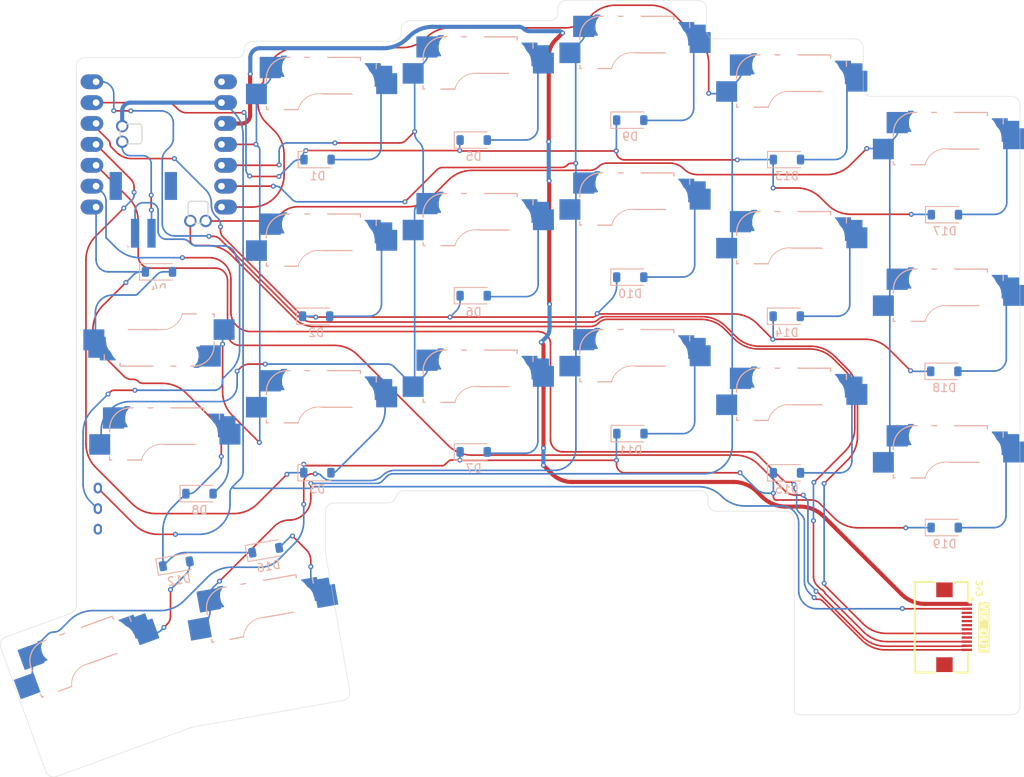
<source format=kicad_pcb>
(kicad_pcb (version 20240108) (generator "pcbnew") (generator_version "8.0")
  (layers (0 "F.Cu" signal) (31 "B.Cu" signal) (34 "B.Paste" user) (35 "F.Paste" user) (36 "B.SilkS" user "B.Silkscreen") (37 "F.SilkS" user "F.Silkscreen") (38 "B.Mask" user) (39 "F.Mask" user) (44 "Edge.Cuts" user))
  (net 0 "")
  (net 1 "Bat")
  (net 2 "Net-(D1-A)")
  (net 3 "Row0")
  (net 4 "Net-(D2-A)")
  (net 5 "Row1")
  (net 6 "Net-(D3-A)")
  (net 7 "Row2")
  (net 8 "Net-(D4-A)")
  (net 9 "Row3")
  (net 10 "Net-(D5-A)")
  (net 11 "Net-(D6-A)")
  (net 12 "Net-(D7-A)")
  (net 13 "Net-(D8-A)")
  (net 14 "Net-(D9-A)")
  (net 15 "Net-(D10-A)")
  (net 16 "Net-(D11-A)")
  (net 17 "Net-(D12-A)")
  (net 18 "Net-(D13-A)")
  (net 19 "Net-(D14-A)")
  (net 20 "Net-(D15-A)")
  (net 21 "Net-(D16-A)")
  (net 22 "Net-(D17-A)")
  (net 23 "Net-(D18-A)")
  (net 24 "GND")
  (net 25 "CS")
  (net 26 "SCLK")
  (net 27 "MOTION")
  (net 28 "+3.3V")
  (net 29 "SDIO")
  (net 30 "Net-(D19-A)")
  (net 31 "Col0")
  (net 32 "Col1")
  (net 33 "Col2")
  (net 34 "Col3")
  (net 35 "Col4")
  (net 39 "Net-(BT1--)")
  (footprint "roBa:gateron-ks27-choc-v1-mx-hotswap-curved-pads" (layer "F.Cu") (at 129.33 69.404248 180)
    (property "Reference" "SW1" (hide yes))
    (property "Value" "SW_PUSH" (hide yes))
  )
  (footprint "MountingHole:MountingHole_4.3mm_M4" (layer "F.Cu") (at 104.325 125.375)
    (property "Reference" "J3" (hide yes))
    (property "Value" "Conn_01x01-Connector_Generic" (hide yes))
  )
  (footprint "roBa:gateron-ks27-choc-v1-mx-hotswap-curved-pads" (layer "F.Cu") (at 110.28 112.028749 180)
    (property "Reference" "SW8" (hide yes))
    (property "Value" "SW_PUSH" (hide yes))
  )
  (footprint "roBa:gateron-ks27-choc-v1-mx-hotswap-curved-pads" (layer "F.Cu") (at 186.48 107.204249 180)
    (property "Reference" "SW15" (hide yes))
    (property "Value" "SW_PUSH" (hide yes))
  )
  (footprint "roBa:gateron-ks27-choc-v1-mx-hotswap-curved-pads" (layer "F.Cu") (at 122.761157 133.094808 -170)
    (property "Reference" "SW16" (hide yes))
    (property "Value" "SW_PUSH" (hide yes))
  )
  (footprint "roBa:TGSW_MSK-12D19" (layer "F.Cu") (at 99.75 117.3 90)
    (property "Reference" "SW21" (hide yes))
    (property "Value" "SW_SPDT" (hide yes))
  )
  (footprint "MountingHole:MountingHole_4.3mm_M4" (layer "F.Cu") (at 195.3 116.8)
    (property "Reference" "J7" (hide yes))
    (property "Value" "Conn_01x01-Connector_Generic" (hide yes))
  )
  (footprint "roBa:gateron-ks27-choc-v1-mx-hotswap-curved-pads" (layer "F.Cu") (at 186.48 69.104248 180)
    (property "Reference" "SW13" (hide yes))
    (property "Value" "SW_PUSH" (hide yes))
  )
  (footprint "vik:vik-keyboard-connector-horizontal" (layer "F.Cu") (at 206.079999 131.725 -90)
    (property "Reference" "J8" (hide yes))
    (property "Value" "~")
  )
  (footprint "roBa:gateron-ks27-choc-v1-mx-hotswap-curved-pads" (layer "F.Cu") (at 205.53 76.103749 180)
    (property "Reference" "SW17" (hide yes))
    (property "Value" "SW_PUSH" (hide yes))
  )
  (footprint "roBa:gateron-ks27-choc-v1-mx-hotswap-curved-pads" (layer "F.Cu") (at 167.43 102.503749 180)
    (property "Reference" "SW11" (hide yes))
    (property "Value" "SW_PUSH" (hide yes))
  )
  (footprint "roBa:gateron-ks27-choc-v1-mx-hotswap-curved-pads" (layer "F.Cu") (at 101.873655 138.672751 -160)
    (property "Reference" "SW12" (hide yes))
    (property "Value" "SW_PUSH" (hide yes))
  )
  (footprint "roBa:gateron-ks27-choc-v1-mx-hotswap-curved-pads" (layer "F.Cu") (at 205.53 114.203749 180)
    (property "Reference" "SW19" (hide yes))
    (property "Value" "SW_PUSH" (hide yes))
  )
  (footprint "roBa:gateron-ks27-choc-v1-mx-hotswap-curved-pads" (layer "F.Cu") (at 129.33 107.504249 180)
    (property "Reference" "SW3" (hide yes))
    (property "Value" "SW_PUSH" (hide yes))
  )
  (footprint "MountingHole:MountingHole_4.3mm_M4" (layer "F.Cu") (at 112.67 138.12)
    (property "Reference" "J2" (hide yes))
    (property "Value" "Conn_01x01-Connector_Generic" (hide yes))
  )
  (footprint "roBa:gateron-ks27-choc-v1-mx-hotswap-curved-pads" (layer "F.Cu") (at 148.38 105.003999 180)
    (property "Reference" "SW7" (hide yes))
    (property "Value" "SW_PUSH" (hide yes))
  )
  (footprint "roBa:gateron-ks27-choc-v1-mx-hotswap-curved-pads" (layer "F.Cu") (at 167.43 83.453749 180)
    (property "Reference" "SW10" (hide yes))
    (property "Value" "SW_PUSH" (hide yes))
  )
  (footprint "roBa:XIAO_nRF52840_wBAT_wNFC_1" (layer "F.Cu") (at 109.899007 62.500001)
    (property "Reference" "U1" (hide yes))
    (property "Value" "~" (hide yes))
    (fp_line (start -4.707753 9.749447) (end -4.707753 8.708047) (stroke (width 0.12)) (layer "Edge.Cuts"))
    (fp_line (start -4.021953 8.022247) (end -2.421753 8.022247) (stroke (width 0.12)) (layer "Edge.Cuts"))
    (fp_line (start -2.421753 10.435247) (end -4.021953 10.435247) (stroke (width 0.12)) (layer "Edge.Cuts"))
    (fp_line (start -2.040753 8.403247) (end -2.040753 10.054247) (stroke (width 0.12)) (layer "Edge.Cuts"))
    (fp_line (start 3.572247 19.391953) (end 3.572247 17.791753) (stroke (width 0.12)) (layer "Edge.Cuts"))
    (fp_line (start 3.953247 17.410753) (end 5.604247 17.410753) (stroke (width 0.12)) (layer "Edge.Cuts"))
    (fp_line (start 5.299447 20.077753) (end 4.258047 20.077753) (stroke (width 0.12)) (layer "Edge.Cuts"))
    (fp_line (start 5.985247 17.791753) (end 5.985247 19.391953) (stroke (width 0.12)) (layer "Edge.Cuts"))
    (fp_arc (start -4.707753 9.749447) (mid -4.104144 9.831638) (end -4.021953 10.435247) (stroke (width 0.12)) (layer "Edge.Cuts"))
    (fp_arc (start -4.021953 8.022247) (mid -4.104144 8.625856) (end -4.707753 8.708047) (stroke (width 0.12)) (layer "Edge.Cuts"))
    (fp_arc (start -2.421753 8.022247) (mid -2.152343 8.133837) (end -2.040753 8.403247) (stroke (width 0.12)) (layer "Edge.Cuts"))
    (fp_arc (start -2.040753 10.054247) (mid -2.152344 10.323656) (end -2.421753 10.435247) (stroke (width 0.12)) (layer "Edge.Cuts"))
    (fp_arc (start 3.572247 17.791753) (mid 3.683839 17.522346) (end 3.953247 17.410753) (stroke (width 0.12)) (layer "Edge.Cuts"))
    (fp_arc (start 3.572247 19.391953) (mid 4.175856 19.474144) (end 4.258047 20.077753) (stroke (width 0.12)) (layer "Edge.Cuts"))
    (fp_arc (start 5.299447 20.077753) (mid 5.38164 19.474141) (end 5.985247 19.391953) (stroke (width 0.12)) (layer "Edge.Cuts"))
    (fp_arc (start 5.604247 17.410753) (mid 5.873656 17.522344) (end 5.985247 17.791753) (stroke (width 0.12)) (layer "Edge.Cuts"))
  )
  (footprint "MountingHole:MountingHole_4.3mm_M4" (layer "F.Cu") (at 195.33 78.71)
    (property "Reference" "J6" (hide yes))
    (property "Value" "Conn_01x01-Connector_Generic" (hide yes))
  )
  (footprint "roBa:gateron-ks27-choc-v1-mx-hotswap-curved-pads" (layer "F.Cu") (at 148.38 66.903998 180)
    (property "Reference" "SW5" (hide yes))
    (property "Value" "SW_PUSH" (hide yes))
  )
  (footprint "roBa:gateron-ks27-choc-v1-mx-hotswap-curved-pads" (layer "F.Cu") (at 148.38 85.953999 180)
    (property "Reference" "SW6" (hide yes))
    (property "Value" "SW_PUSH" (hide yes))
  )
  (footprint "roBa:gateron-ks27-choc-v1-mx-hotswap-curved-pads" (layer "F.Cu") (at 167.43 64.403749 180)
    (property "Reference" "SW9" (hide yes))
    (property "Value" "SW_PUSH" (hide yes))
  )
  (footprint "roBa:gateron-ks27-choc-v1-mx-hotswap-curved-pads" (layer "F.Cu") (at 110.28 92.978749)
    (property "Reference" "SW4" (hide yes))
    (property "Value" "SW_PUSH" (hide yes))
  )
  (footprint "MountingHole:MountingHole_4.3mm_M4" (layer "F.Cu") (at 138.57 109.42)
    (property "Reference" "J4" (hide yes))
    (property "Value" "Conn_01x01-Connector_Generic" (hide yes))
  )
  (footprint "MountingHole:MountingHole_4.3mm_M4" (layer "F.Cu") (at 138.97 76.51)
    (property "Reference" "J5" (hide yes))
    (property "Value" "Conn_01x01-Connector_Generic" (hide yes))
  )
  (footprint "roBa:gateron-ks27-choc-v1-mx-hotswap-curved-pads" (layer "F.Cu") (at 129.33 88.454249 180)
    (property "Reference" "SW2" (hide yes))
    (property "Value" "SW_PUSH" (hide yes))
  )
  (footprint "roBa:gateron-ks27-choc-v1-mx-hotswap-curved-pads" (layer "F.Cu") (at 205.53 95.153749 180)
    (property "Reference" "SW18" (hide yes))
    (property "Value" "SW_PUSH" (hide yes))
  )
  (footprint "roBa:gateron-ks27-choc-v1-mx-hotswap-curved-pads" (layer "F.Cu") (at 186.48 88.154249 180)
    (property "Reference" "SW14" (hide yes))
    (property "Value" "SW_PUSH" (hide yes))
  )
  (footprint "Diode_SMD:D_SOD-123" (layer "B.Cu") (at 167.225 108.175)
    (property "Reference" "D11")
    (property "Value" "D")
  )
  (footprint "Diode_SMD:D_SOD-123" (layer "B.Cu") (at 186.225 93.9)
    (property "Reference" "D14")
    (property "Value" "D")
  )
  (footprint "Diode_SMD:D_SOD-123" (layer "B.Cu") (at 167.2 89.15)
    (property "Reference" "D10")
    (property "Value" "D")
  )
  (footprint "Diode_SMD:D_SOD-123" (layer "B.Cu") (at 129.175 112.925)
    (property "Reference" "D3")
    (property "Value" "D")
  )
  (footprint "Diode_SMD:D_SOD-123" (layer "B.Cu") (at 114.85 115.475)
    (property "Reference" "D8")
    (property "Value" "D")
  )
  (footprint "Diode_SMD:D_SOD-123" (layer "B.Cu") (at 122.9 122.35 10)
    (property "Reference" "D16")
    (property "Value" "D")
  )
  (footprint "Diode_SMD:D_SOD-123" (layer "B.Cu") (at 205.375 100.6)
    (property "Reference" "D18")
    (property "Value" "D")
  )
  (footprint "Diode_SMD:D_SOD-123" (layer "B.Cu") (at 205.45 81.55)
    (property "Reference" "D17")
    (property "Value" "D")
  )
  (footprint "Diode_SMD:D_SOD-123" (layer "B.Cu") (at 148.175 110.4)
    (property "Reference" "D7")
    (property "Value" "D")
  )
  (footprint "Diode_SMD:D_SOD-123" (layer "B.Cu") (at 148.175 72.475)
    (property "Reference" "D5")
    (property "Value" "D")
  )
  (footprint "roBa:JST_S2B-PH-SM4-TB" (layer "B.Cu") (at 108.02 83.805 180)
    (property "Reference" "BT1" (hide yes))
    (property "Value" "BATT")
  )
  (footprint "Diode_SMD:D_SOD-123" (layer "B.Cu") (at 129.025 93.9)
    (property "Reference" "D2")
    (property "Value" "D")
  )
  (footprint "Diode_SMD:D_SOD-123" (layer "B.Cu") (at 186.25 74.845)
    (property "Reference" "D13")
    (property "Value" "D")
  )
  (footprint "Diode_SMD:D_SOD-123" (layer "B.Cu") (at 167.2 70.05)
    (property "Reference" "D9")
    (property "Value" "D")
  )
  (footprint "Diode_SMD:D_SOD-123" (layer "B.Cu") (at 109.925 88.5)
    (property "Reference" "D4")
    (property "Value" "D")
  )
  (footprint "Diode_SMD:D_SOD-123" (layer "B.Cu") (at 129.2 74.845)
    (property "Reference" "D1")
    (property "Value" "D")
  )
  (footprint "Diode_SMD:D_SOD-123" (layer "B.Cu") (at 148.175 91.4)
    (property "Reference" "D6")
    (property "Value" "D")
  )
  (footprint "Diode_SMD:D_SOD-123" (layer "B.Cu") (at 205.425 119.6)
    (property "Reference" "D19")
    (property "Value" "D")
  )
  (footprint "Diode_SMD:D_SOD-123" (layer "B.Cu") (at 186.25 112.945001)
    (property "Reference" "D15")
    (property "Value" "D")
  )
  (footprint "Diode_SMD:D_SOD-123" (layer "B.Cu") (at 112.025 124 10)
    (property "Reference" "D12")
    (property "Value" "D")
  )
  (gr_line (start 113.622582 143.994401) (end 97.458824 149.87693) (stroke (width 0.05)) (layer "Edge.Cuts"))
  (gr_arc (start 138.735154 115.862504) (mid 139.091028 115.321935) (end 139.7034 115.112505) (stroke (width 0.05)) (layer "Edge.Cuts"))
  (gr_line (start 176.658339 116.612504) (end 176.658339 116.112505) (stroke (width 0.05)) (layer "Edge.Cuts"))
  (gr_arc (start 99.870963 129.09022) (mid 99.690115 129.663797) (end 99.212983 130.029914) (stroke (width 0.05)) (layer "Edge.Cuts"))
  (gr_line (start 121.316907 60.462501) (end 138.366909 60.462501) (stroke (width 0.05)) (layer "Edge.Cuts"))
  (gr_arc (start 139.366909 59.462501) (mid 139.074016 60.169608) (end 138.366909 60.462501) (stroke (width 0.05)) (layer "Edge.Cuts"))
  (gr_arc (start 213.566906 67.162506) (mid 214.274033 67.455388) (end 214.566906 68.162506) (stroke (width 0.05)) (layer "Edge.Cuts"))
  (gr_arc (start 130.154407 117.612504) (mid 130.4473 116.905397) (end 131.154407 116.612504) (stroke (width 0.05)) (layer "Edge.Cuts"))
  (gr_arc (start 175.466907 55.462506) (mid 176.174014 55.755399) (end 176.466907 56.462506) (stroke (width 0.05)) (layer "Edge.Cuts"))
  (gr_arc (start 90.687754 134.197014) (mid 90.721142 133.432378) (end 91.285429 132.915306) (stroke (width 0.05)) (layer "Edge.Cuts"))
  (gr_line (start 177.466907 60.162506) (end 194.516907 60.162506) (stroke (width 0.05)) (layer "Edge.Cuts"))
  (gr_line (start 158.416909 56.962506) (end 158.416909 56.462506) (stroke (width 0.05)) (layer "Edge.Cuts"))
  (gr_line (start 140.366909 57.962506) (end 157.416909 57.962506) (stroke (width 0.05)) (layer "Edge.Cuts"))
  (gr_arc (start 158.416909 56.462506) (mid 158.709802 55.755399) (end 159.416909 55.462506) (stroke (width 0.05)) (layer "Edge.Cuts"))
  (gr_line (start 196.516907 67.162506) (end 213.566906 67.162506) (stroke (width 0.05)) (layer "Edge.Cuts"))
  (gr_line (start 91.285429 132.915306) (end 99.212983 130.029914) (stroke (width 0.05)) (layer "Edge.Cuts"))
  (gr_line (start 186.128279 117.612504) (end 177.658339 117.612504) (stroke (width 0.05)) (layer "Edge.Cuts"))
  (gr_line (start 195.516907 61.162506) (end 195.516907 66.162506) (stroke (width 0.05)) (layer "Edge.Cuts"))
  (gr_arc (start 177.658339 117.612504) (mid 176.951232 117.319611) (end 176.658339 116.612504) (stroke (width 0.05)) (layer "Edge.Cuts"))
  (gr_arc (start 138.735154 115.862505) (mid 138.37928 116.403074) (end 137.766908 116.612504) (stroke (width 0.05)) (layer "Edge.Cuts"))
  (gr_arc (start 120.316907 61.462501) (mid 120.024014 62.169608) (end 119.316907 62.462501) (stroke (width 0.05)) (layer "Edge.Cuts"))
  (gr_line (start 175.658339 115.112505) (end 139.7034 115.112505) (stroke (width 0.05)) (layer "Edge.Cuts"))
  (gr_line (start 99.870962 129.090221) (end 99.870962 115.112505) (stroke (width 0.05)) (layer "Edge.Cuts"))
  (gr_line (start 139.366909 59.462501) (end 139.366909 58.962506) (stroke (width 0.05)) (layer "Edge.Cuts"))
  (gr_line (start 130.2 122.939777) (end 133.115789 139.473044) (stroke (width 0.05)) (layer "Edge.Cuts"))
  (gr_arc (start 214.566908 141.362503) (mid 214.274013 142.069599) (end 213.566908 142.362503) (stroke (width 0.05)) (layer "Edge.Cuts"))
  (gr_line (start 137.766908 116.612504) (end 131.154407 116.612504) (stroke (width 0.05)) (layer "Edge.Cuts"))
  (gr_line (start 99.870962 115.112505) (end 99.870961 63.462502) (stroke (width 0.05)) (layer "Edge.Cuts"))
  (gr_arc (start 158.416909 56.962506) (mid 158.124016 57.669613) (end 157.416909 57.962506) (stroke (width 0.05)) (layer "Edge.Cuts"))
  (gr_line (start 96.17714 149.279241) (end 90.687755 134.197014) (stroke (width 0.05)) (layer "Edge.Cuts"))
  (gr_arc (start 113.622582 143.994401) (mid 113.954594 143.889692) (end 114.294454 143.814249) (stroke (width 0.05)) (layer "Edge.Cuts"))
  (gr_line (start 213.566908 142.362503) (end 187.628279 142.362503) (stroke (width 0.05)) (layer "Edge.Cuts"))
  (gr_line (start 100.870961 62.462502) (end 119.316907 62.462501) (stroke (width 0.05)) (layer "Edge.Cuts"))
  (gr_arc (start 186.128279 117.612504) (mid 186.835386 117.905397) (end 187.128279 118.612504) (stroke (width 0.05)) (layer "Edge.Cuts"))
  (gr_arc (start 194.516907 60.162506) (mid 195.224034 60.455388) (end 195.516907 61.162506) (stroke (width 0.05)) (layer "Edge.Cuts"))
  (gr_arc (start 196.516907 67.162506) (mid 195.80982 66.869602) (end 195.516907 66.162506) (stroke (width 0.05)) (layer "Edge.Cuts"))
  (gr_arc (start 130.2 122.939777) (mid 130.165827 122.680254) (end 130.154407 122.418741) (stroke (width 0.05)) (layer "Edge.Cuts"))
  (gr_arc (start 97.458825 149.87693) (mid 96.694199 149.843526) (end 96.17714 149.279241) (stroke (width 0.05)) (layer "Edge.Cuts"))
  (gr_arc (start 175.658339 115.112505) (mid 176.365446 115.405398) (end 176.658339 116.112505) (stroke (width 0.05)) (layer "Edge.Cuts"))
  (gr_arc (start 187.628279 142.362503) (mid 187.2747 142.21607) (end 187.128279 141.862503) (stroke (width 0.05)) (layer "Edge.Cuts"))
  (gr_line (start 159.416909 55.462506) (end 175.466907 55.462506) (stroke (width 0.05)) (layer "Edge.Cuts"))
  (gr_line (start 132.305008 140.631465) (end 114.294454 143.814249) (stroke (width 0.05)) (layer "Edge.Cuts"))
  (gr_line (start 187.128279 141.862503) (end 187.128279 118.612504) (stroke (width 0.05)) (layer "Edge.Cuts"))
  (gr_line (start 176.466907 56.462506) (end 176.466907 59.162506) (stroke (width 0.05)) (layer "Edge.Cuts"))
  (gr_arc (start 177.466907 60.162506) (mid 176.7598 59.869613) (end 176.466907 59.162506) (stroke (width 0.05)) (layer "Edge.Cuts"))
  (gr_arc (start 120.316907 61.462501) (mid 120.6098 60.755394) (end 121.316907 60.462501) (stroke (width 0.05)) (layer "Edge.Cuts"))
  (gr_arc (start 139.366909 58.962506) (mid 139.659802 58.255399) (end 140.366909 57.962506) (stroke (width 0.05)) (layer "Edge.Cuts"))
  (gr_line (start 130.154407 117.612504) (end 130.154407 122.418741) (stroke (width 0.05)) (layer "Edge.Cuts"))
  (gr_arc (start 133.115788 139.473044) (mid 132.950256 140.220131) (end 132.305008 140.631465) (stroke (width 0.05)) (layer "Edge.Cuts"))
  (gr_arc (start 99.870961 63.462502) (mid 100.163854 62.755395) (end 100.870961 62.462502) (stroke (width 0.05)) (layer "Edge.Cuts"))
  (gr_line (start 214.566906 68.162506) (end 214.566908 141.362503) (stroke (width 0.05)) (layer "Edge.Cuts"))
  (segment (start 108.98 79.17) (end 108.98 80.945857) (width 0.2) (layer "F.Cu") (net 1))
  (segment (start 109 80.98) (end 108.99 80.97) (width 0.2) (layer "F.Cu") (net 1))
  (via (at 109 80.98) (size 0.6) (drill 0.3) (layers "F.Cu" "B.Cu") (net 1))
  (via (at 108.98 79.17) (size 0.6) (drill 0.3) (layers "F.Cu" "B.Cu") (net 1))
  (arc (start 108.99 80.97) (mid 108.982598 80.958923) (end 108.98 80.945857) (width 0.2) (layer "F.Cu") (net 1))
  (segment (start 109.01 80.99) (end 109 80.98) (width 0.2) (layer "B.Cu") (net 1))
  (segment (start 108.98 79.17) (end 108.98 75.372687) (width 0.2) (layer "B.Cu") (net 1))
  (segment (start 109.02 81.014142) (end 109.02 83.805) (width 0.2) (layer "B.Cu") (net 1))
  (segment (start 107.98 74.372687) (end 106.454007 74.372687) (width 0.2) (layer "B.Cu") (net 1))
  (segment (start 105.454007 73.372687) (end 105.454007 72.683001) (width 0.2) (layer "B.Cu") (net 1))
  (arc (start 109.01 80.99) (mid 109.017401 81.001076) (end 109.02 81.014142) (width 0.2) (layer "B.Cu") (net 1))
  (arc (start 106.454007 74.372687) (mid 105.7469 74.079794) (end 105.454007 73.372687) (width 0.2) (layer "B.Cu") (net 1))
  (arc (start 107.98 74.372687) (mid 108.687107 74.66558) (end 108.98 75.372687) (width 0.2) (layer "B.Cu") (net 1))
  (segment (start 135.41 74.845) (end 130.8725 74.845) (width 0.2) (layer "B.Cu") (net 2))
  (segment (start 136.91 73.345) (end 136.91 65.79) (width 0.2) (layer "B.Cu") (net 2))
  (arc (start 136.91 73.345) (mid 136.47066 74.40566) (end 135.41 74.845) (width 0.2) (layer "B.Cu") (net 2))
  (segment (start 165.5 73.8) (end 165.5 73.88) (width 0.2) (layer "F.Cu") (net 3))
  (segment (start 112.22066 68.71066) (end 111.869341 68.359341) (width 0.2) (layer "F.Cu") (net 3))
  (segment (start 187.459527 78.3) (end 184.5725 78.3) (width 0.2) (layer "F.Cu") (net 3))
  (segment (start 120.25 69.123796) (end 120.236898 69.136898) (width 0.2) (layer "F.Cu") (net 3))
  (segment (start 184.5725 78.3) (end 184.59 78.3175) (width 0.2) (layer "F.Cu") (net 3))
  (segment (start 124.5 76.9) (end 121.035355 76.9) (width 0.2) (layer "F.Cu") (net 3))
  (segment (start 180.21 74.88) (end 166.5 74.88) (width 0.2) (layer "F.Cu") (net 3))
  (segment (start 146.48 73.75) (end 127.775 73.75) (width 0.2) (layer "F.Cu") (net 3))
  (segment (start 120.95 76.85) (end 120.975 76.875) (width 0.2) (layer "F.Cu") (net 3))
  (segment (start 194.040472 81.5) (end 201.36 81.5) (width 0.2) (layer "F.Cu") (net 3))
  (segment (start 165.5 73.8) (end 146.565355 73.8) (width 0.2) (layer "F.Cu") (net 3))
  (segment (start 120.205266 69.15) (end 113.28132 69.15) (width 0.2) (layer "F.Cu") (net 3))
  (segment (start 146.48 73.75) (end 146.505 73.775) (width 0.2) (layer "F.Cu") (net 3))
  (segment (start 110.808681 67.920001) (end 102.279007 67.920001) (width 0.2) (layer "F.Cu") (net 3))
  (segment (start 190.345344 79.495344) (end 191.154655 80.304655) (width 0.2) (layer "F.Cu") (net 3))
  (via (at 127.775 73.75) (size 0.6) (drill 0.3) (layers "F.Cu" "B.Cu") (net 3))
  (via (at 184.5725 78.3) (size 0.6) (drill 0.3) (layers "F.Cu" "B.Cu") (net 3))
  (via (at 201.36 81.5) (size 0.6) (drill 0.3) (layers "F.Cu" "B.Cu") (net 3))
  (via (at 120.25 69.123796) (size 0.6) (drill 0.3) (layers "F.Cu" "B.Cu") (net 3))
  (via (at 146.48 73.75) (size 0.6) (drill 0.3) (layers "F.Cu" "B.Cu") (net 3))
  (via (at 120.95 76.85) (size 0.6) (drill 0.3) (layers "F.Cu" "B.Cu") (net 3))
  (via (at 124.5 76.9) (size 0.6) (drill 0.3) (layers "F.Cu" "B.Cu") (net 3))
  (via (at 165.5 73.8) (size 0.6) (drill 0.3) (layers "F.Cu" "B.Cu") (net 3))
  (via (at 180.21 74.88) (size 0.6) (drill 0.3) (layers "F.Cu" "B.Cu") (net 3))
  (arc (start 112.22066 68.71066) (mid 112.707295 69.035819) (end 113.28132 69.15) (width 0.2) (layer "F.Cu") (net 3))
  (arc (start 110.808681 67.920001) (mid 111.382706 68.034182) (end 111.869341 68.359341) (width 0.2) (layer "F.Cu") (net 3))
  (arc (start 120.205266 69.15) (mid 120.222385 69.146594) (end 120.236898 69.136898) (width 0.2) (layer "F.Cu") (net 3))
  (arc (start 120.975 76.875) (mid 121.002691 76.893502) (end 121.035355 76.9) (width 0.2) (layer "F.Cu") (net 3))
  (arc (start 165.5 73.88) (mid 165.792893 74.587107) (end 166.5 74.88) (width 0.2) (layer "F.Cu") (net 3))
  (arc (start 194.040472 81.5) (mid 192.478679 81.189339) (end 191.154655 80.304655) (width 0.2) (layer "F.Cu") (net 3))
  (arc (start 190.345344 79.495344) (mid 189.02132 78.610659) (end 187.459527 78.3) (width 0.2) (layer "F.Cu") (net 3))
  (arc (start 146.505 73.775) (mid 146.532691 73.793502) (end 146.565355 73.8) (width 0.2) (layer "F.Cu") (net 3))
  (segment (start 127.0525 74.845) (end 127.55 74.845) (width 0.2) (layer "B.Cu") (net 3))
  (segment (start 184.5725 74.845) (end 180.269748 74.845) (width 0.2) (layer "B.Cu") (net 3))
  (segment (start 165.5225 73.37159) (end 165.5225 70.082501) (width 0.2) (layer "B.Cu") (net 3))
  (segment (start 146.47625 72.4675) (end 146.4725 72.46375) (width 0.2) (layer "B.Cu") (net 3))
  (segment (start 146.48 72.476553) (end 146.48 73.75) (width 0.2) (layer "B.Cu") (net 3))
  (segment (start 127.59875 73.92625) (end 127.775 73.75) (width 0.2) (layer "B.Cu") (net 3))
  (segment (start 120.205266 69.15) (end 120.15 69.15) (width 0.2) (layer "B.Cu") (net 3))
  (segment (start 184.5725 74.845) (end 184.5725 78.3) (width 0.2) (layer "B.Cu") (net 3))
  (segment (start 165.5 73.425909) (end 165.5 73.8) (width 0.2) (layer "B.Cu") (net 3))
  (segment (start 126.203214 75.196785) (end 124.5 76.9) (width 0.2) (layer "B.Cu") (net 3))
  (segment (start 127.4225 74.351755) (end 127.4225 74.845) (width 0.2) (layer "B.Cu") (net 3))
  (segment (start 201.36 81.5) (end 201.36625 81.50625) (width 0.2) (layer "B.Cu") (net 3))
  (segment (start 120.725 76.625) (end 120.95 76.85) (width 0.2) (layer "B.Cu") (net 3))
  (segment (start 180.21 74.88) (end 180.2275 74.8625) (width 0.2) (layer "B.Cu") (net 3))
  (segment (start 120.5 69.550572) (end 120.5 76.081801) (width 0.2) (layer "B.Cu") (net 3))
  (segment (start 120.25 69.123796) (end 120.236898 69.136898) (width 0.2) (layer "B.Cu") (net 3))
  (segment (start 120.25 69.123796) (end 120.375 69.248796) (width 0.2) (layer "B.Cu") (net 3))
  (segment (start 201.38134 81.512501) (end 203.6225 81.512501) (width 0.2) (layer "B.Cu") (net 3))
  (arc (start 201.36625 81.50625) (mid 201.373173 81.510876) (end 201.38134 81.512501) (width 0.2) (layer "B.Cu") (net 3))
  (arc (start 165.5 73.425909) (mid 165.502923 73.41121) (end 165.51125 73.39875) (width 0.2) (layer "B.Cu") (net 3))
  (arc (start 120.5 69.550572) (mid 120.467513 69.387252) (end 120.375 69.248796) (width 0.2) (layer "B.Cu") (net 3))
  (arc (start 180.2275 74.8625) (mid 180.246883 74.849548) (end 180.269748 74.845) (width 0.2) (layer "B.Cu") (net 3))
  (arc (start 120.725 76.625) (mid 120.558475 76.375778) (end 120.5 76.081801) (width 0.2) (layer "B.Cu") (net 3))
  (arc (start 120.205266 69.15) (mid 120.222385 69.146594) (end 120.236898 69.136898) (width 0.2) (layer "B.Cu") (net 3))
  (arc (start 146.48 72.476553) (mid 146.479025 72.471653) (end 146.47625 72.4675) (width 0.2) (layer "B.Cu") (net 3))
  (arc (start 127.4225 74.351755) (mid 127.468305 74.121473) (end 127.59875 73.92625) (width 0.2) (layer "B.Cu") (net 3))
  (arc (start 127.0525 74.845) (mid 126.592869 74.936425) (end 126.203214 75.196785) (width 0.2) (layer "B.Cu") (net 3))
  (arc (start 165.51125 73.39875) (mid 165.519576 73.386288) (end 165.5225 73.37159) (width 0.2) (layer "B.Cu") (net 3))
  (segment (start 135.47 93.895001) (end 130.8725 93.895001) (width 0.2) (layer "B.Cu") (net 4))
  (segment (start 136.97 92.395001) (end 136.97 84.840001) (width 0.2) (layer "B.Cu") (net 4))
  (arc (start 135.47 93.895001) (mid 136.53066 93.455661) (end 136.97 92.395001) (width 0.2) (layer "B.Cu") (net 4))
  (segment (start 102.467424 71.181343) (end 103.803144 72.517063) (width 0.2) (layer "F.Cu") (net 5))
  (segment (start 104.75 73.95) (end 104.146855 73.346855) (width 0.2) (layer "F.Cu") (net 5))
  (segment (start 195.759527 96.7) (end 184.525 96.7) (width 0.2) (layer "F.Cu") (net 5))
  (segment (start 179.755527 93.621) (end 163.519993 93.621) (width 0.2) (layer "F.Cu") (net 5))
  (segment (start 106.621015 74.725) (end 111.8 74.725) (width 0.2) (layer "F.Cu") (net 5))
  (segment (start 128.522817 94) (end 128.975 94) (width 0.2) (layer "F.Cu") (net 5))
  (segment (start 198.645344 97.895344) (end 201.275 100.525) (width 0.2) (layer "F.Cu") (net 5))
  (segment (start 182.641344 94.816344) (end 184.525 96.7) (width 0.2) (layer "F.Cu") (net 5))
  (segment (start 117.4 83.48454) (end 117.4 83.025) (width 0.2) (layer "F.Cu") (net 5))
  (segment (start 102.279007 70.726463) (end 102.279007 70.460001) (width 0.2) (layer "F.Cu") (net 5))
  (segment (start 117.724944 84.269025) (end 126.701508 93.245589) (width 0.2) (layer "F.Cu") (net 5))
  (segment (start 128.975 94) (end 162.605006 94) (width 0.2) (layer "F.Cu") (net 5))
  (via (at 111.8 74.725) (size 0.6) (drill 0.3) (layers "F.Cu" "B.Cu") (net 5))
  (via (at 201.275 100.525) (size 0.6) (drill 0.3) (layers "F.Cu" "B.Cu") (net 5))
  (via (at 117.4 83.025) (size 0.6) (drill 0.3) (layers "F.Cu" "B.Cu") (net 5))
  (via (at 145.3 94) (size 0.6) (drill 0.3) (layers "F.Cu" "B.Cu") (net 5))
  (via (at 128.975 94) (size 0.6) (drill 0.3) (layers "F.Cu" "B.Cu") (net 5))
  (via (at 163.191533 93.572489) (size 0.6) (drill 0.3) (layers "F.Cu" "B.Cu") (net 5))
  (via (at 184.525 96.7) (size 0.6) (drill 0.3) (layers "F.Cu" "B.Cu") (net 5))
  (arc (start 195.759527 96.7) (mid 197.32132 97.010659) (end 198.645344 97.895344) (width 0.2) (layer "F.Cu") (net 5))
  (arc (start 103.975 72.931959) (mid 104.019663 73.156499) (end 104.146855 73.346855) (width 0.2) (layer "F.Cu") (net 5))
  (arc (start 104.75 73.95) (mid 105.608429 74.523584) (end 106.621015 74.725) (width 0.2) (layer "F.Cu") (net 5))
  (arc (start 182.641344 94.816344) (mid 181.31732 93.931659) (end 179.755527 93.621) (width 0.2) (layer "F.Cu") (net 5))
  (arc (start 163.0625 93.8105) (mid 162.8526 93.95075) (end 162.605006 94) (width 0.2) (layer "F.Cu") (net 5))
  (arc (start 117.4 83.48454) (mid 117.48445 83.9091) (end 117.724944 84.269025) (width 0.2) (layer "F.Cu") (net 5))
  (arc (start 102.279007 70.726463) (mid 102.327974 70.972642) (end 102.467424 71.181343) (width 0.2) (layer "F.Cu") (net 5))
  (arc (start 103.975 72.931959) (mid 103.930336 72.707419) (end 103.803144 72.517063) (width 0.2) (layer "F.Cu") (net 5))
  (arc (start 163.0625 93.8105) (mid 163.272399 93.670249) (end 163.519993 93.621) (width 0.2) (layer "F.Cu") (net 5))
  (arc (start 128.522817 94) (mid 127.537132 93.803935) (end 126.701508 93.245589) (width 0.2) (layer "F.Cu") (net 5))
  (segment (start 115.59658 78.52158) (end 111.8 74.725) (width 0.2) (layer "B.Cu") (net 5))
  (segment (start 128.925 93.95) (end 128.975 94) (width 0.2) (layer "B.Cu") (net 5))
  (segment (start 128.804289 93.9) (end 127.375 93.9) (width 0.2) (layer "B.Cu") (net 5))
  (segment (start 117.143673 82.043673) (end 116.847424 81.747424) (width 0.2) (layer "B.Cu") (net 5))
  (segment (start 117.4 82.6625) (end 117.4 83.025) (width 0.2) (layer "B.Cu") (net 5))
  (segment (start 146.525 92.0875) (end 146.525 91.4) (width 0.2) (layer "B.Cu") (net 5))
  (segment (start 164.820258 91.943763) (end 163.191533 93.572489) (width 0.2) (layer "B.Cu") (net 5))
  (segment (start 201.403033 100.6) (end 203.725 100.6) (width 0.2) (layer "B.Cu") (net 5))
  (segment (start 116.294848 80.413387) (end 116.294848 80.207348) (width 0.2) (layer "B.Cu") (net 5))
  (segment (start 146.038864 93.261135) (end 145.3 94) (width 0.2) (layer "B.Cu") (net 5))
  (segment (start 201.275 100.525) (end 201.3125 100.5625) (width 0.2) (layer "B.Cu") (net 5))
  (segment (start 165.55 90.182011) (end 165.55 89.15) (width 0.2) (layer "B.Cu") (net 5))
  (segment (start 184.55 96.675) (end 184.525 96.7) (width 0.2) (layer "B.Cu") (net 5))
  (segment (start 184.575 96.614644) (end 184.575 93.9) (width 0.2) (layer "B.Cu") (net 5))
  (arc (start 201.3125 100.5625) (mid 201.354036 100.590254) (end 201.403033 100.6) (width 0.2) (layer "B.Cu") (net 5))
  (arc (start 164.820258 91.943763) (mid 165.360346 91.135464) (end 165.55 90.182011) (width 0.2) (layer "B.Cu") (net 5))
  (arc (start 115.59658 78.52158) (mid 116.113374 79.295016) (end 116.294848 80.207348) (width 0.2) (layer "B.Cu") (net 5))
  (arc (start 116.847424 81.747424) (mid 116.438457 81.135362) (end 116.294848 80.413387) (width 0.2) (layer "B.Cu") (net 5))
  (arc (start 128.925 93.95) (mid 128.869617 93.912994) (end 128.804289 93.9) (width 0.2) (layer "B.Cu") (net 5))
  (arc (start 184.55 96.675) (mid 184.568502 96.647308) (end 184.575 96.614644) (width 0.2) (layer "B.Cu") (net 5))
  (arc (start 117.143673 82.043673) (mid 117.333382 82.327593) (end 117.4 82.6625) (width 0.2) (layer "B.Cu") (net 5))
  (arc (start 146.038864 93.261135) (mid 146.398657 92.722666) (end 146.525 92.0875) (width 0.2) (layer "B.Cu") (net 5))
  (segment (start 131.05 112.925) (end 130.825 112.925) (width 0.2) (layer "B.Cu") (net 6))
  (segment (start 137.41 105.287124) (end 137.41 103.784249) (width 0.2) (layer "B.Cu") (net 6))
  (segment (start 131.434099 112.7659) (end 136.347306 107.852693) (width 0.2) (layer "B.Cu") (net 6))
  (arc (start 137.41 105.287124) (mid 137.133814 106.6756) (end 136.347306 107.852693) (width 0.2) (layer "B.Cu") (net 6))
  (arc (start 131.434099 112.7659) (mid 131.257872 112.883651) (end 131.05 112.925) (width 0.2) (layer "B.Cu") (net 6))
  (segment (start 180.55 112.94) (end 166.54 112.94) (width 0.2) (layer "F.Cu") (net 7))
  (segment (start 146.551213 111.42) (end 165.54 111.42) (width 0.2) (layer "F.Cu") (net 7))
  (segment (start 144.3909 112.075) (end 127.818743 112.075) (width 0.2) (layer "F.Cu") (net 7))
  (segment (start 119.009527 117.9) (end 109.540472 117.9) (width 0.2) (layer "F.Cu") (net 7))
  (segment (start 121.895344 116.704655) (end 125.475 113.125) (width 0.2) (layer "F.Cu") (net 7))
  (segment (start 101.05 87.040472) (end 101.05 109.409527) (width 0.2) (layer "F.Cu") (net 7))
  (segment (start 106.654655 116.704655) (end 102.245344 112.295344) (width 0.2) (layer "F.Cu") (net 7))
  (segment (start 184.721675 116.128191) (end 184.843351 116.249867) (width 0.2) (layer "F.Cu") (net 7))
  (segment (start 194.880472 119.63) (end 200.69 119.63) (width 0.2) (layer "F.Cu") (net 7))
  (segment (start 165.54 111.94) (end 165.54 111.42) (width 0.2) (layer "F.Cu") (net 7))
  (segment (start 106.9 78.825) (end 106.9 78.222997) (width 0.2) (layer "F.Cu") (net 7))
  (segment (start 191.994655 118.434655) (end 190.220121 116.660121) (width 0.2) (layer "F.Cu") (net 7))
  (segment (start 184.6 115.425) (end 184.6 115.83444) (width 0.2) (layer "F.Cu") (net 7))
  (segment (start 106.474319 77.195313) (end 102.279007 73.000001) (width 0.2) (layer "F.Cu") (net 7))
  (segment (start 146.5 111.39) (end 146.515 111.405) (width 0.2) (layer "F.Cu") (net 7))
  (segment (start 189.23 116.25) (end 188.65 116.25) (width 0.2) (layer "F.Cu") (net 7))
  (segment (start 144.662499 111.962499) (end 144.767135 111.857864) (width 0.2) (layer "F.Cu") (net 7))
  (segment (start 145.467107 111.39) (end 146.5 111.39) (width 0.2) (layer "F.Cu") (net 7))
  (segment (start 105.65 80.75) (end 102.245344 84.154655) (width 0.2) (layer "F.Cu") (net 7))
  (segment (start 184.860355 116.25) (end 188.902476 116.25) (width 0.2) (layer "F.Cu") (net 7))
  (segment (start 127.6075 111.9875) (end 127.52 111.9) (width 0.2) (layer "F.Cu") (net 7))
  (segment (start 144.906446 111.743554) (end 145.113553 111.536447) (width 0.2) (layer "F.Cu") (net 7))
  (segment (start 144.805109 111.842135) (end 144.858704 111.788541) (width 0.2) (layer "F.Cu") (net 7))
  (via (at 184.6 115.425) (size 0.6) (drill 0.3) (layers "F.Cu" "B.Cu") (net 7))
  (via (at 106.9 78.825) (size 0.6) (drill 0.3) (layers "F.Cu" "B.Cu") (net 7))
  (via (at 180.55 112.94) (size 0.6) (drill 0.3) (layers "F.Cu" "B.Cu") (net 7))
  (via (at 125.475 113.125) (size 0.6) (drill 0.3) (layers "F.Cu" "B.Cu") (net 7))
  (via (at 165.54 111.42) (size 0.6) (drill 0.3) (layers "F.Cu" "B.Cu") (net 7))
  (via (at 146.5 111.39) (size 0.6) (drill 0.3) (layers "F.Cu" "B.Cu") (net 7))
  (via (at 200.69 119.63) (size 0.6) (drill 0.3) (layers "F.Cu" "B.Cu") (net 7))
  (via (at 105.65 80.75) (size 0.6) (drill 0.3) (layers "F.Cu" "B.Cu") (net 7))
  (via (at 127.52 111.9) (size 0.6) (drill 0.3) (layers "F.Cu" "B.Cu") (net 7))
  (arc (start 119.009527 117.9) (mid 120.57132 117.589339) (end 121.895344 116.704655) (width 0.2) (layer "F.Cu") (net 7))
  (arc (start 127.818743 112.075) (mid 127.704419 112.052259) (end 127.6075 111.9875) (width 0.2) (layer "F.Cu") (net 7))
  (arc (start 102.245344 112.295344) (mid 101.360659 110.97132) (end 101.05 109.409527) (width 0.2) (layer "F.Cu") (net 7))
  (arc (start 184.860355 116.25) (mid 184.85199 116.250415) (end 184.843351 116.249867) (width 0.2) (layer "F.Cu") (net 7))
  (arc (start 191.994655 118.434655) (mid 193.318679 119.319339) (end 194.880472 119.63) (width 0.2) (layer "F.Cu") (net 7))
  (arc (start 190.220121 116.660121) (mid 189.765849 116.356586) (end 189.23 116.25) (width 0.2) (layer "F.Cu") (net 7))
  (arc (start 106.474319 77.195313) (mid 106.789369 77.666818) (end 106.9 78.222997) (width 0.2) (layer "F.Cu") (net 7))
  (arc (start 101.05 87.040472) (mid 101.360659 85.478679) (end 102.245344 84.154655) (width 0.2) (layer "F.Cu") (net 7))
  (arc (start 144.662499 111.962499) (mid 144.537888 112.045761) (end 144.3909 112.075) (width 0.2) (layer "F.Cu") (net 7))
  (arc (start 144.786122 111.85) (mid 144.775846 111.852043) (end 144.767135 111.857864) (width 0.2) (layer "F.Cu") (net 7))
  (arc (start 144.805109 111.842135) (mid 144.796398 111.847955) (end 144.786122 111.85) (width 0.2) (layer "F.Cu") (net 7))
  (arc (start 146.551213 111.42) (mid 146.531614 111.416101) (end 146.515 111.405) (width 0.2) (layer "F.Cu") (net 7))
  (arc (start 184.6 115.83444) (mid 184.631622 115.993417) (end 184.721675 116.128191) (width 0.2) (layer "F.Cu") (net 7))
  (arc (start 144.906446 111.743554) (mid 144.882565 111.76592) (end 144.858704 111.788541) (width 0.2) (layer "F.Cu") (net 7))
  (arc (start 165.54 111.94) (mid 165.832893 112.647107) (end 166.54 112.94) (width 0.2) (layer "F.Cu") (net 7))
  (arc (start 106.654655 116.704655) (mid 107.978679 117.589339) (end 109.540472 117.9) (width 0.2) (layer "F.Cu") (net 7))
  (arc (start 145.467107 111.39) (mid 145.275765 111.42806) (end 145.113553 111.536447) (width 0.2) (layer "F.Cu") (net 7))
  (segment (start 106.9 78.825) (end 106.9 79.1625) (width 0.2) (layer "B.Cu") (net 7))
  (segment (start 127.52 112.778558) (end 127.52 111.9) (width 0.2) (layer "B.Cu") (net 7))
  (segment (start 165.5225 111.390125) (end 165.5225 108.182501) (width 0.2) (layer "B.Cu") (net 7))
  (segment (start 200.698749 119.62125) (end 200.69 119.63) (width 0.2) (layer "B.Cu") (net 7))
  (segment (start 180.55 112.94) (end 182.481688 114.871688) (width 0.2) (layer "B.Cu") (net 7))
  (segment (start 102.279007 73.000001) (end 102.217007 73.000001) (width 0.2) (layer "B.Cu") (net 7))
  (segment (start 125.816421 112.925) (end 127.525 112.925) (width 0.2) (layer "B.Cu") (net 7))
  (segment (start 184.6 115.425) (end 184.6 112.945001) (width 0.2) (layer "B.Cu") (net 7))
  (segment (start 146.5 110.610696) (end 146.5 111.39) (width 0.2) (layer "B.Cu") (net 7))
  (segment (start 165.54 111.42) (end 165.53125 111.41125) (width 0.2) (layer "B.Cu") (net 7))
  (segment (start 200.719872 119.612501) (end 203.6225 119.612501) (width 0.2) (layer "B.Cu") (net 7))
  (segment (start 184.6 115.425) (end 183.8175 115.425) (width 0.2) (layer "B.Cu") (net 7))
  (segment (start 125.575 113.025) (end 125.475 113.125) (width 0.2) (layer "B.Cu") (net 7))
  (segment (start 146.48625 110.577501) (end 146.4725 110.563751) (width 0.2) (layer "B.Cu") (net 7))
  (segment (start 105.65 80.75) (end 106.661351 79.738648) (width 0.2) (layer "B.Cu") (net 7))
  (segment (start 127.47125 112.896251) (end 127.4225 112.945001) (width 0.2) (layer "B.Cu") (net 7))
  (arc (start 106.661351 79.738648) (mid 106.837977 79.474309) (end 106.9 79.1625) (width 0.2) (layer "B.Cu") (net 7))
  (arc (start 165.5225 111.390125) (mid 165.524774 111.401557) (end 165.53125 111.41125) (width 0.2) (layer "B.Cu") (net 7))
  (arc (start 125.575 113.025) (mid 125.685764 112.950989) (end 125.816421 112.925) (width 0.2) (layer "B.Cu") (net 7))
  (arc (start 200.698749 119.62125) (mid 200.70844 119.614774) (end 200.719872 119.612501) (width 0.2) (layer "B.Cu") (net 7))
  (arc (start 146.5 110.610696) (mid 146.496426 110.592731) (end 146.48625 110.577501) (width 0.2) (layer "B.Cu") (net 7))
  (arc (start 182.481688 114.871688) (mid 183.094564 115.281198) (end 183.8175 115.425) (width 0.2) (layer "B.Cu") (net 7))
  (arc (start 127.47125 112.896251) (mid 127.50733 112.842253) (end 127.52 112.778558) (width 0.2) (layer "B.Cu") (net 7))
  (segment (start 102.2 93.418694) (end 102.2 96.698749) (width 0.2) (layer "B.Cu") (net 8))
  (segment (start 107.064585 91.321481) (end 104.297213 91.321481) (width 0.2) (layer "B.Cu") (net 8))
  (segment (start 110.444214 88.5) (end 111.746563 88.5) (width 0.2) (layer "B.Cu") (net 8))
  (segment (start 107.406767 91.123232) (end 109.737107 88.792893) (width 0.2) (layer "B.Cu") (net 8))
  (segment (start 107.398232 91.126767) (end 107.301759 91.22324) (width 0.2) (layer "B.Cu") (net 8))
  (arc (start 107.406767 91.123232) (mid 107.404809 91.12454) (end 107.4025 91.125) (width 0.2) (layer "B.Cu") (net 8))
  (arc (start 102.2 93.418694) (mid 102.35964 92.616125) (end 102.814259 91.93574) (width 0.2) (layer "B.Cu") (net 8))
  (arc (start 107.064585 91.321481) (mid 107.192942 91.295948) (end 107.301759 91.22324) (width 0.2) (layer "B.Cu") (net 8))
  (arc (start 107.398232 91.126767) (mid 107.40019 91.125459) (end 107.4025 91.125) (width 0.2) (layer "B.Cu") (net 8))
  (arc (start 110.444214 88.5) (mid 110.061531 88.57612) (end 109.737107 88.792893) (width 0.2) (layer "B.Cu") (net 8))
  (arc (start 104.297213 91.321481) (mid 103.494644 91.481121) (end 102.814259 91.93574) (width 0.2) (layer "B.Cu") (net 8))
  (segment (start 107.982245 102.06) (end 110.34273 102.06) (width 0.2) (layer "F.Cu") (net 9))
  (segment (start 116.304655 106.331452) (end 113.228547 103.255344) (width 0.2) (layer "F.Cu") (net 9))
  (segment (start 103.095344 92.604655) (end 105.9 89.8) (width 0.2) (layer "F.Cu") (net 9))
  (segment (start 106.811352 101.575) (end 106.602149 101.575) (width 0.2) (layer "F.Cu") (net 9))
  (segment (start 117.5 110.95) (end 117.5 109.217269) (width 0.2) (layer "F.Cu") (net 9))
  (segment (start 101.9 95.490472) (end 101.9 95.734527) (width 0.2) (layer "F.Cu") (net 9))
  (segment (start 103.095344 98.620344) (end 105.659571 101.184571) (width 0.2) (layer "F.Cu") (net 9))
  (via (at 117.5 110.95) (size 0.6) (drill 0.3) (layers "F.Cu" "B.Cu") (net 9))
  (via (at 105.9 89.8) (size 0.6) (drill 0.3) (layers "F.Cu" "B.Cu") (net 9))
  (arc (start 107.982245 102.06) (mid 107.665404 101.996976) (end 107.396799 101.8175) (width 0.2) (layer "F.Cu") (net 9))
  (arc (start 113.228547 103.255344) (mid 111.904523 102.370659) (end 110.34273 102.06) (width 0.2) (layer "F.Cu") (net 9))
  (arc (start 105.659571 101.184571) (mid 106.092029 101.47353) (end 106.602149 101.575) (width 0.2) (layer "F.Cu") (net 9))
  (arc (start 103.095344 98.620344) (mid 102.210659 97.29632) (end 101.9 95.734527) (width 0.2) (layer "F.Cu") (net 9))
  (arc (start 103.095344 92.604655) (mid 102.210659 93.928679) (end 101.9 95.490472) (width 0.2) (layer "F.Cu") (net 9))
  (arc (start 106.811352 101.575) (mid 107.128193 101.638023) (end 107.396799 101.8175) (width 0.2) (layer "F.Cu") (net 9))
  (arc (start 117.5 109.217269) (mid 117.189339 107.655476) (end 116.304655 106.331452) (width 0.2) (layer "F.Cu") (net 9))
  (segment (start 117.5 111.481367) (end 117.5 110.95) (width 0.2) (layer "B.Cu") (net 9))
  (segment (start 110.4001 124.286485) (end 111.225066 123.461519) (width 0.2) (layer "B.Cu") (net 9))
  (segment (start 107.7375 88.5) (end 108.275 88.5) (width 0.2) (layer "B.Cu") (net 9))
  (segment (start 103.779007 88.5) (end 108.296563 88.5) (width 0.2) (layer "B.Cu") (net 9))
  (segment (start 113.216791 122.63652) (end 121.275067 122.63652) (width 0.2) (layer "B.Cu") (net 9))
  (segment (start 102.279007 87) (end 102.279007 80.620001) (width 0.2) (layer "B.Cu") (net 9))
  (segment (start 106.81993 88.880069) (end 105.9 89.8) (width 0.2) (layer "B.Cu") (net 9))
  (segment (start 110.4 119.965472) (end 110.4 124.286404) (width 0.2) (layer "B.Cu") (net 9))
  (segment (start 117.124266 112.388468) (end 114.333919 115.178815) (width 0.2) (layer "B.Cu") (net 9))
  (segment (start 112.903815 115.771184) (end 111.595344 117.079655) (width 0.2) (layer "B.Cu") (net 9))
  (arc (start 117.5 111.481367) (mid 117.402349 111.972286) (end 117.124266 112.388468) (width 0.2) (layer "B.Cu") (net 9))
  (arc (start 113.618867 115.475) (mid 113.231884 115.551975) (end 112.903815 115.771184) (width 0.2) (layer "B.Cu") (net 9))
  (arc (start 113.216791 122.63652) (mid 112.138877 122.85093) (end 111.225066 123.461519) (width 0.2) (layer "B.Cu") (net 9))
  (arc (start 106.81993 88.880069) (mid 107.240914 88.598776) (end 107.7375 88.5) (width 0.2) (layer "B.Cu") (net 9))
  (arc (start 110.4 119.965472) (mid 110.710659 118.403679) (end 111.595344 117.079655) (width 0.2) (layer "B.Cu") (net 9))
  (arc (start 113.618867 115.475) (mid 114.00585 115.398024) (end 114.333919 115.178815) (width 0.2) (layer "B.Cu") (net 9))
  (arc (start 110.4 124.286404) (mid 110.400008 124.286448) (end 110.400033 124.286485) (width 0.2) (layer "B.Cu") (net 9))
  (arc (start 102.279007 87) (mid 102.718347 88.06066) (end 103.779007 88.5) (width 0.2) (layer "B.Cu") (net 9))
  (arc (start 110.4001 124.286485) (mid 110.400066 124.286499) (end 110.400033 124.286485) (width 0.2) (layer "B.Cu") (net 9))
  (segment (start 154.48 72.46375) (end 149.9225 72.46375) (width 0.2) (layer "B.Cu") (net 10))
  (segment (start 155.98 70.96375) (end 155.98 63.40875) (width 0.2) (layer "B.Cu") (net 10))
  (arc (start 154.48 72.46375) (mid 155.54066 72.02441) (end 155.98 70.96375) (width 0.2) (layer "B.Cu") (net 10))
  (segment (start 156.01 90.013751) (end 156.01 82.458751) (width 0.2) (layer "B.Cu") (net 11))
  (segment (start 154.51 91.513751) (end 149.9225 91.513751) (width 0.2) (layer "B.Cu") (net 11))
  (arc (start 154.51 91.513751) (mid 155.57066 91.074411) (end 156.01 90.013751) (width 0.2) (layer "B.Cu") (net 11))
  (segment (start 155.98 109.063751) (end 155.98 101.508751) (width 0.2) (layer "B.Cu") (net 12))
  (segment (start 154.48 110.563751) (end 149.9225 110.563751) (width 0.2) (layer "B.Cu") (net 12))
  (arc (start 155.98 109.063751) (mid 155.54066 110.124411) (end 154.48 110.563751) (width 0.2) (layer "B.Cu") (net 12))
  (segment (start 118.36 112.299781) (end 118.36 108.308749) (width 0.2) (layer "B.Cu") (net 13))
  (segment (start 117.43 114.545) (end 116.5 115.475) (width 0.2) (layer "B.Cu") (net 13))
  (arc (start 118.36 112.299781) (mid 118.1183 113.514884) (end 117.43 114.545) (width 0.2) (layer "B.Cu") (net 13))
  (segment (start 173.42 70.082501) (end 168.9725 70.082501) (width 0.2) (layer "B.Cu") (net 14))
  (segment (start 174.92 68.582501) (end 174.92 61.027501) (width 0.2) (layer "B.Cu") (net 14))
  (arc (start 174.92 68.582501) (mid 174.48066 69.643161) (end 173.42 70.082501) (width 0.2) (layer "B.Cu") (net 14))
  (segment (start 175.04 87.632501) (end 175.04 80.077501) (width 0.2) (layer "B.Cu") (net 15))
  (segment (start 173.54 89.132501) (end 168.9725 89.132501) (width 0.2) (layer "B.Cu") (net 15))
  (arc (start 175.04 87.632501) (mid 174.60066 88.693161) (end 173.54 89.132501) (width 0.2) (layer "B.Cu") (net 15))
  (segment (start 173.54 108.182501) (end 168.9725 108.182501) (width 0.2) (layer "B.Cu") (net 16))
  (segment (start 175.04 106.682501) (end 175.04 99.127501) (width 0.2) (layer "B.Cu") (net 16))
  (arc (start 175.04 106.682501) (mid 174.60066 107.743161) (end 173.54 108.182501) (width 0.2) (layer "B.Cu") (net 16))
  (segment (start 111.325 127.15) (end 111.325 130.384314) (width 0.2) (layer "F.Cu") (net 17))
  (segment (start 110.925 131.35) (end 110.525 131.75) (width 0.2) (layer "F.Cu") (net 17))
  (via (at 111.325 127.15) (size 0.6) (drill 0.3) (layers "F.Cu" "B.Cu") (net 17))
  (via (at 110.525 131.75) (size 0.6) (drill 0.3) (layers "F.Cu" "B.Cu") (net 17))
  (arc (start 111.325 130.384314) (mid 111.221043 130.906939) (end 110.925 131.35) (width 0.2) (layer "F.Cu") (net 17))
  (segment (start 111.325 127.15) (end 113.256928 125.218071) (width 0.2) (layer "B.Cu") (net 17))
  (segment (start 113.649933 124.269274) (end 113.649933 123.713481) (width 0.2) (layer "B.Cu") (net 17))
  (segment (start 109.392211 132.413572) (end 108.194055 132.413572) (width 0.2) (layer "B.Cu") (net 17))
  (segment (start 110.525 131.75) (end 110.193214 132.081786) (width 0.2) (layer "B.Cu") (net 17))
  (arc (start 113.649933 124.269274) (mid 113.547794 124.782759) (end 113.256928 125.218071) (width 0.2) (layer "B.Cu") (net 17))
  (arc (start 109.392211 132.413572) (mid 109.82571 132.327343) (end 110.193214 132.081786) (width 0.2) (layer "B.Cu") (net 17))
  (segment (start 193.54 73.345) (end 193.54 65.79) (width 0.2) (layer "B.Cu") (net 18))
  (segment (start 192.04 74.845) (end 188.0225 74.845) (width 0.2) (layer "B.Cu") (net 18))
  (arc (start 193.54 73.345) (mid 193.10066 74.40566) (end 192.04 74.845) (width 0.2) (layer "B.Cu") (net 18))
  (segment (start 192.39 93.895001) (end 188.0225 93.895001) (width 0.2) (layer "B.Cu") (net 19))
  (segment (start 193.89 92.395001) (end 193.89 84.840001) (width 0.2) (layer "B.Cu") (net 19))
  (arc (start 192.39 93.895001) (mid 193.45066 93.455661) (end 193.89 92.395001) (width 0.2) (layer "B.Cu") (net 19))
  (segment (start 192.65 112.945001) (end 188.0225 112.945001) (width 0.2) (layer "B.Cu") (net 20))
  (segment (start 194.15 111.445001) (end 194.15 103.890001) (width 0.2) (layer "B.Cu") (net 20))
  (arc (start 192.65 112.945001) (mid 193.71066 112.505661) (end 194.15 111.445001) (width 0.2) (layer "B.Cu") (net 20))
  (segment (start 128.375 123.6) (end 128.375 124.35) (width 0.2) (layer "F.Cu") (net 21))
  (segment (start 127.844669 122.319669) (end 126.15 120.625) (width 0.2) (layer "F.Cu") (net 21))
  (via (at 128.375 124.35) (size 0.6) (drill 0.3) (layers "F.Cu" "B.Cu") (net 21))
  (via (at 126.15 120.625) (size 0.6) (drill 0.3) (layers "F.Cu" "B.Cu") (net 21))
  (arc (start 127.844669 122.319669) (mid 128.237171 122.90709) (end 128.375 123.6) (width 0.2) (layer "F.Cu") (net 21))
  (segment (start 126.056706 120.625) (end 126.15 120.625) (width 0.2) (layer "B.Cu") (net 21))
  (segment (start 128.375 125.340407) (end 128.375 124.35) (width 0.2) (layer "B.Cu") (net 21))
  (segment (start 125.897444 120.690968) (end 124.524933 122.06348) (width 0.2) (layer "B.Cu") (net 21))
  (segment (start 129.075323 127.031137) (end 130.072432 128.028246) (width 0.2) (layer "B.Cu") (net 21))
  (arc (start 128.375 125.340407) (mid 128.557008 126.255423) (end 129.075323 127.031137) (width 0.2) (layer "B.Cu") (net 21))
  (arc (start 125.897444 120.690968) (mid 125.970514 120.642144) (end 126.056706 120.625) (width 0.2) (layer "B.Cu") (net 21))
  (segment (start 212.97 80.012501) (end 212.97 72.457501) (width 0.2) (layer "B.Cu") (net 22))
  (segment (start 211.47 81.512501) (end 207.0725 81.512501) (width 0.2) (layer "B.Cu") (net 22))
  (arc (start 212.97 80.012501) (mid 212.53066 81.073161) (end 211.47 81.512501) (width 0.2) (layer "B.Cu") (net 22))
  (segment (start 212.91 99.062501) (end 212.91 91.507501) (width 0.2) (layer "B.Cu") (net 23))
  (segment (start 211.41 100.562501) (end 207.0725 100.562501) (width 0.2) (layer "B.Cu") (net 23))
  (arc (start 211.41 100.562501) (mid 212.47066 100.123161) (end 212.91 99.062501) (width 0.2) (layer "B.Cu") (net 23))
  (segment (start 111.925 120.425) (end 109.815472 120.425) (width 0.2) (layer "F.Cu") (net 24))
  (segment (start 200.317677 129.475) (end 208.117998 129.475) (width 0.2) (layer "F.Cu") (net 24))
  (segment (start 200.2875 129.4625) (end 200.275 129.45) (width 0.2) (layer "F.Cu") (net 24))
  (segment (start 106.929655 119.229655) (end 102.5 114.8) (width 0.2) (layer "F.Cu") (net 24))
  (via (at 200.275 129.45) (size 0.6) (drill 0.3) (layers "F.Cu" "B.Cu") (net 24))
  (via (at 111.925 120.425) (size 0.6) (drill 0.3) (layers "F.Cu" "B.Cu") (net 24))
  (arc (start 200.2875 129.4625) (mid 200.301345 129.471751) (end 200.317677 129.475) (width 0.2) (layer "F.Cu") (net 24))
  (arc (start 109.815472 120.425) (mid 108.253679 120.114339) (end 106.929655 119.229655) (width 0.2) (layer "F.Cu") (net 24))
  (segment (start 185.626116 116.97521) (end 181.162059 116.97521) (width 0.2) (layer "B.Cu") (net 24))
  (segment (start 175.48815 114.625) (end 128.978485 114.625) (width 0.2) (layer "B.Cu") (net 24))
  (segment (start 128.483572 114.83) (end 119.144603 114.83) (width 0.2) (layer "B.Cu") (net 24))
  (segment (start 118.849457 114.657107) (end 118.987371 114.519192) (width 0.2) (layer "B.Cu") (net 24))
  (segment (start 118.849457 114.657107) (end 118.935903 114.743553) (width 0.2) (layer "B.Cu") (net 24))
  (segment (start 117.519007 67.920001) (end 117.585035 67.920001) (width 0.5) (layer "B.Cu") (net 24))
  (segment (start 117.386951 67.920001) (end 106.454007 67.920001) (width 0.5) (layer "B.Cu") (net 24))
  (segment (start 120.15 112.827021) (end 120.15 71.821867) (width 0.2) (layer "B.Cu") (net 24))
  (segment (start 117.519007 67.920001) (end 117.585035 67.920001) (width 0.2) (layer "B.Cu") (net 24))
  (segment (start 200.2625 129.4625) (end 200.275 129.45) (width 0.2) (layer "B.Cu") (net 24))
  (segment (start 117.585035 67.920001) (end 118.08 67.920001) (width 0.2) (layer "B.Cu") (net 24))
  (segment (start 119.775556 113.731006) (end 119.726249 113.780313) (width 0.2) (layer "B.Cu") (net 24))
  (segment (start 200.232322 129.475) (end 189.894238 129.475) (width 0.2) (layer "B.Cu") (net 24))
  (segment (start 117.960256 68.035256) (end 119.020844 69.095844) (width 0.2) (layer "B.Cu") (net 24))
  (segment (start 119.627634 113.878928) (end 119.263199 114.243363) (width 0.2) (layer "B.Cu") (net 24))
  (segment (start 105.454007 68.920001) (end 105.454007 70.778001) (width 0.5) (layer "B.Cu") (net 24))
  (segment (start 118.556564 115.364214) (end 118.556564 116.803825) (width 0.2) (layer "B.Cu") (net 24))
  (segment (start 117.79472 67.966689) (end 117.697751 67.966689) (width 0.2) (layer "B.Cu") (net 24))
  (segment (start 117.386951 67.920001) (end 117.519007 67.920001) (width 0.5) (layer "B.Cu") (net 24))
  (segment (start 119.263199 114.243363) (end 118.987371 114.519192) (width 0.2) (layer "B.Cu") (net 24))
  (segment (start 187.675 119.024093) (end 187.675 127.255761) (width 0.2) (layer "B.Cu") (net 24))
  (segment (start 114.832401 120.425) (end 111.925 120.425) (width 0.2) (layer "B.Cu") (net 24))
  (segment (start 117.538605 119.261394) (end 117.465782 119.334218) (width 0.2) (layer "B.Cu") (net 24))
  (segment (start 117.519007 67.920001) (end 117.386951 67.920001) (width 0.2) (layer "B.Cu") (net 24))
  (segment (start 119.726249 113.780313) (end 119.627634 113.878928) (width 0.2) (layer "B.Cu") (net 24))
  (arc (start 188.325 128.825) (mid 189.044972 129.30607) (end 189.894238 129.475) (width 0.2) (layer "B.Cu") (net 24))
  (arc (start 117.585035 67.920001) (mid 117.646036 67.932134) (end 117.697751 67.966689) (width 0.2) (layer "B.Cu") (net 24))
  (arc (start 178.325105 115.800105) (mid 179.62671 116.66981) (end 181.162059 116.97521) (width 0.2) (layer "B.Cu") (net 24))
  (arc (start 128.483572 114.83) (mid 128.617494 114.803361) (end 128.731029 114.7275) (width 0.2) (layer "B.Cu") (net 24))
  (arc (start 117.960256 68.035256) (mid 117.884307 67.984508) (end 117.79472 67.966689) (width 0.2) (layer "B.Cu") (net 24))
  (arc (start 178.325105 115.800105) (mid 177.023499 114.930399) (end 175.48815 114.625) (width 0.2) (layer "B.Cu") (net 24))
  (arc (start 118.556564 116.803825) (mid 118.292005 118.133851) (end 117.538605 119.261394) (width 0.2) (layer "B.Cu") (net 24))
  (arc (start 118.935903 114.743553) (mid 119.031655 114.807533) (end 119.144603 114.83) (width 0.2) (layer "B.Cu") (net 24))
  (arc (start 187.074896 117.575314) (mid 187.519038 118.240019) (end 187.675 119.024093) (width 0.2) (layer "B.Cu") (net 24))
  (arc (start 188.325 128.825) (mid 187.843929 128.105027) (end 187.675 127.255761) (width 0.2) (layer "B.Cu") (net 24))
  (arc (start 200.232322 129.475) (mid 200.248654 129.471751) (end 200.2625 129.4625) (width 0.2) (layer "B.Cu") (net 24))
  (arc (start 117.465782 119.334218) (mid 116.257576 120.141514) (end 114.832401 120.425) (width 0.2) (layer "B.Cu") (net 24))
  (arc (start 117.519007 67.920001) (mid 117.519007 67.920001) (end 117.519007 67.920001) (width 0.5) (layer "B.Cu") (net 24))
  (arc (start 117.585035 67.920001) (mid 117.585035 67.920001) (end 117.585035 67.920001) (width 0.2) (layer "B.Cu") (net 24))
  (arc (start 118.556564 115.364214) (mid 118.632684 114.981531) (end 118.849457 114.657107) (width 0.2) (layer "B.Cu") (net 24))
  (arc (start 119.020844 69.095844) (mid 119.856541 70.346554) (end 120.15 71.821867) (width 0.2) (layer "B.Cu") (net 24))
  (arc (start 105.454007 68.920001) (mid 105.7469 68.212894) (end 106.454007 67.920001) (width 0.5) (layer "B.Cu") (net 24))
  (arc (start 187.074896 117.575314) (mid 186.41019 117.131171) (end 185.626116 116.97521) (width 0.2) (layer "B.Cu") (net 24))
  (arc (start 119.775556 113.731006) (mid 120.052685 113.316254) (end 120.15 112.827021) (width 0.2) (layer "B.Cu") (net 24))
  (arc (start 128.731029 114.7275) (mid 128.844562 114.651638) (end 128.978485 114.625) (width 0.2) (layer "B.Cu") (net 24))
  (segment (start 189.475 118.775) (end 189.475 125.545926) (width 0.2) (layer "F.Cu") (net 25))
  (segment (start 198.440473 133.475001) (end 208.117999 133.475001) (width 0.2) (layer "F.Cu") (net 25))
  (segment (start 175.792079 94.275) (end 164.418718 94.275) (width 0.2) (layer "F.Cu") (net 25))
  (segment (start 190.884835 127.609835) (end 195.554656 132.279656) (width 0.2) (layer "F.Cu") (net 25))
  (segment (start 189.9375 126.6625) (end 190.365164 127.090164) (width 0.2) (layer "F.Cu") (net 25))
  (segment (start 194.498 103.37592) (end 194.498 107.441527) (width 0.2) (layer "F.Cu") (net 25))
  (segment (start 182.775024 97.877) (end 188.999079 97.877) (width 0.2) (layer "F.Cu") (net 25))
  (segment (start 113.734407 84.63261) (end 113.734407 82.312001) (width 0.2) (layer "F.Cu") (net 25))
  (segment (start 193.302655 100.490103) (end 191.884896 99.072344) (width 0.2) (layer "F.Cu") (net 25))
  (segment (start 190.815164 127.441635) (end 190.533364 127.159835) (width 0.2) (layer "F.Cu") (net 25))
  (segment (start 193.302655 110.327344) (end 189.52 114.11) (width 0.2) (layer "F.Cu") (net 25))
  (segment (start 114.395275 85.293479) (end 115.838384 85.293479) (width 0.2) (layer "F.Cu") (net 25))
  (segment (start 128.765596 95.15) (end 162.306281 95.15) (width 0.2) (layer "F.Cu") (net 25))
  (segment (start 189.52 114.11) (end 189.38934 113.97934) (width 0.2) (layer "F.Cu") (net 25))
  (segment (start 126.409417 94.174039) (end 118.724201 86.488823) (width 0.2) (layer "F.Cu") (net 25))
  (segment (start 178.677896 95.470344) (end 179.889207 96.681655) (width 0.2) (layer "F.Cu") (net 25))
  (via (at 189.475 118.775) (size 0.6) (drill 0.3) (layers "F.Cu" "B.Cu") (net 25))
  (via (at 189.52 114.11) (size 0.6) (drill 0.3) (layers "F.Cu" "B.Cu") (net 25))
  (arc (start 179.889207 96.681655) (mid 181.213231 97.566339) (end 182.775024 97.877) (width 0.2) (layer "F.Cu") (net 25))
  (arc (start 190.85 127.525735) (mid 190.859053 127.571249) (end 190.884835 127.609835) (width 0.2) (layer "F.Cu") (net 25))
  (arc (start 190.449264 127.125) (mid 190.403749 127.115946) (end 190.365164 127.090164) (width 0.2) (layer "F.Cu") (net 25))
  (arc (start 128.765596 95.15) (mid 127.490441 94.896356) (end 126.409417 94.174039) (width 0.2) (layer "F.Cu") (net 25))
  (arc (start 193.302655 110.327344) (mid 194.187339 109.00332) (end 194.498 107.441527) (width 0.2) (layer "F.Cu") (net 25))
  (arc (start 114.395275 85.293479) (mid 114.142372 85.243173) (end 113.927971 85.099915) (width 0.2) (layer "F.Cu") (net 25))
  (arc (start 191.884896 99.072344) (mid 190.560872 98.187659) (end 188.999079 97.877) (width 0.2) (layer "F.Cu") (net 25))
  (arc (start 175.792079 94.275) (mid 177.353872 94.585659) (end 178.677896 95.470344) (width 0.2) (layer "F.Cu") (net 25))
  (arc (start 163.3625 94.7125) (mid 162.877902 95.036297) (end 162.306281 95.15) (width 0.2) (layer "F.Cu") (net 25))
  (arc (start 163.3625 94.7125) (mid 163.847097 94.388702) (end 164.418718 94.275) (width 0.2) (layer "F.Cu") (net 25))
  (arc (start 190.449264 127.125) (mid 190.494778 127.134053) (end 190.533364 127.159835) (width 0.2) (layer "F.Cu") (net 25))
  (arc (start 193.302655 100.490103) (mid 194.187339 101.814127) (end 194.498 103.37592) (width 0.2) (layer "F.Cu") (net 25))
  (arc (start 118.724201 86.488823) (mid 117.400177 85.604138) (end 115.838384 85.293479) (width 0.2) (layer "F.Cu") (net 25))
  (arc (start 189.9375 126.6625) (mid 189.595199 126.150211) (end 189.475 125.545926) (width 0.2) (layer "F.Cu") (net 25))
  (arc (start 195.554656 132.279656) (mid 196.87868 133.16434) (end 198.440473 133.475001) (width 0.2) (layer "F.Cu") (net 25))
  (arc (start 113.734407 84.63261) (mid 113.784712 84.885513) (end 113.927971 85.099915) (width 0.2) (layer "F.Cu") (net 25))
  (arc (start 190.815164 127.441635) (mid 190.840946 127.48022) (end 190.85 127.525735) (width 0.2) (layer "F.Cu") (net 25))
  (segment (start 189.4975 114.1325) (end 189.52 114.11) (width 0.2) (layer "B.Cu") (net 25))
  (segment (start 189.475 114.186819) (end 189.475 118.775) (width 0.2) (layer "B.Cu") (net 25))
  (arc (start 189.4975 114.1325) (mid 189.480847 114.157421) (end 189.475 114.186819) (width 0.2) (layer "B.Cu") (net 25))
  (segment (start 116.027927 86.775) (end 112.775 86.775) (width 0.2) (layer "F.Cu") (net 26))
  (segment (start 157.509458 97.259865) (end 157.50946 97.260004) (width 0.2) (layer "F.Cu") (net 26))
  (segment (start 157.49401 97.054788) (end 157.489401 97.025685) (width 0.2) (layer "F.Cu") (net 26))
  (segment (start 156.215211 95.775988) (end 156.244314 95.780598) (width 0.2) (layer "F.Cu") (net 26))
  (segment (start 158.892474 110.38377) (end 158.863243 110.3812) (width 0.2) (layer "F.Cu") (net 26))
  (segment (start 181.698817 110.390511) (end 181.698675 110.39051) (width 0.2) (layer "F.Cu") (net 26))
  (segment (start 190.61296 128.550408) (end 195.342208 133.279656) (width 0.2) (layer "F.Cu") (net 26))
  (segment (start 186.160391 114.04823) (end 186.584846 114.04823) (width 0.2) (layer "F.Cu") (net 26))
  (segment (start 158.775685 110.369401) (end 158.804788 110.37401) (width 0.2) (layer "F.Cu") (net 26))
  (segment (start 181.816213 110.396141) (end 181.845444 110.398696) (width 0.2) (layer "F.Cu") (net 26))
  (segment (start 182.671893 110.750567) (end 182.649418 110.731704) (width 0.2) (layer "F.Cu") (net 26))
  (segment (start 185.830827 113.871892) (end 185.806986 113.85457) (width 0.2) (layer "F.Cu") (net 26))
  (segment (start 155.892099 95.76) (end 124.592934 95.76) (width 0.2) (layer "F.Cu") (net 26))
  (segment (start 156.127524 95.766228) (end 156.156755 95.768798) (width 0.2) (layer "F.Cu") (net 26))
  (segment (start 182.842712 110.912712) (end 185.567285 113.637285) (width 0.2) (layer "F.Cu") (net 26))
  (segment (start 182.579164 110.678118) (end 182.603005 110.695439) (width 0.2) (layer "F.Cu") (net 26))
  (segment (start 181.933013 110.410483) (end 181.903907 110.405873) (width 0.2) (layer "F.Cu") (net 26))
  (segment (start 198.228025 134.475001) (end 208.118001 134.475001) (width 0.2) (layer "F.Cu") (net 26))
  (segment (start 124.587618 95.758381) (end 124.590223 95.75946) (width 0.2) (layer "F.Cu") (net 26))
  (segment (start 118.667784 89.414856) (end 118.667784 93.357842) (width 0.2) (layer "F.Cu") (net 26))
  (segment (start 157.50377 97.142474) (end 157.5012 97.113243) (width 0.2) (layer "F.Cu") (net 26))
  (segment (start 157.510538 108.889994) (end 157.51054 108.890134) (width 0.2) (layer "F.Cu") (net 26))
  (segment (start 189.55 128.125) (end 189.65 128.225) (width 0.2) (layer "F.Cu") (net 26))
  (segment (start 157.525988 109.095211) (end 157.530598 109.124314) (width 0.2) (layer "F.Cu") (net 26))
  (segment (start 157.518798 109.036755) (end 157.516229 109.007524) (width 0.2) (layer "F.Cu") (net 26))
  (segment (start 182.758983 110.829701) (end 182.758882 110.829602) (width 0.2) (layer "F.Cu") (net 26))
  (segment (start 159.127899 110.39) (end 181.580772 110.39) (width 0.2) (layer "F.Cu") (net 26))
  (segment (start 186.114823 114.037289) (end 186.03125 113.994709) (width 0.2) (layer "F.Cu") (net 26))
  (segment (start 159.010004 110.38946) (end 159.009865 110.389459) (width 0.2) (layer "F.Cu") (net 26))
  (segment (start 185.760573 113.818302) (end 185.738099 113.799438) (width 0.2) (layer "F.Cu") (net 26))
  (segment (start 124.584906 95.757842) (end 121.067784 95.757842) (width 0.2) (layer "F.Cu") (net 26))
  (segment (start 187.1 114.35) (end 186.949115 114.199115) (width 0.2) (layer "F.Cu") (net 26))
  (segment (start 156.010134 95.76054) (end 156.009994 95.760539) (width 0.2) (layer "F.Cu") (net 26))
  (segment (start 185.651114 113.720399) (end 185.651013 113.7203) (width 0.2) (layer "F.Cu") (net 26))
  (segment (start 157.51 108.772099) (end 157.51 97.377899) (width 0.2) (layer "F.Cu") (net 26))
  (segment (start 189.891421 128.325) (end 190.068776 128.325) (width 0.2) (layer "F.Cu") (net 26))
  (via (at 112.775 86.775) (size 0.6) (drill 0.3) (layers "F.Cu" "B.Cu") (net 26))
  (via (at 187.1 114.35) (size 0.6) (drill 0.3) (layers "F.Cu" "B.Cu") (net 26))
  (via (at 189.55 128.125) (size 0.6) (drill 0.3) (layers "F.Cu" "B.Cu") (net 26))
  (arc (start 157.221779 96.379589) (mid 157.148967 96.287228) (end 157.069134 96.200865) (width 0.2) (layer "F.Cu") (net 26))
  (arc (start 181.698675 110.39051) (mid 181.639724 110.390127) (end 181.580772 110.39) (width 0.2) (layer "F.Cu") (net 26))
  (arc (start 157.434533 96.797141) (mid 157.393825 96.6868) (end 157.344587 96.579993) (width 0.2) (layer "F.Cu") (net 26))
  (arc (start 157.518798 109.036755) (mid 157.521886 109.066045) (end 157.525988 109.095211) (width 0.2) (layer "F.Cu") (net 26))
  (arc (start 189.891421 128.325) (mid 189.760764 128.29901) (end 189.65 128.225) (width 0.2) (layer "F.Cu") (net 26))
  (arc (start 157.51054 108.890134) (mid 157.512232 108.948884) (end 157.516229 109.007524) (width 0.2) (layer "F.Cu") (net 26))
  (arc (start 158.804788 110.37401) (mid 158.833953 110.378112) (end 158.863243 110.3812) (width 0.2) (layer "F.Cu") (net 26))
  (arc (start 124.590223 95.75946) (mid 124.591552 95.759863) (end 124.592934 95.76) (width 0.2) (layer "F.Cu") (net 26))
  (arc (start 182.579164 110.678118) (mid 182.481366 110.612774) (end 182.378743 110.555304) (width 0.2) (layer "F.Cu") (net 26))
  (arc (start 157.49401 97.054788) (mid 157.498112 97.083953) (end 157.5012 97.113243) (width 0.2) (layer "F.Cu") (net 26))
  (arc (start 186.949115 114.199115) (mid 186.781987 114.087443) (end 186.584846 114.04823) (width 0.2) (layer "F.Cu") (net 26))
  (arc (start 157.51 108.772099) (mid 157.510134 108.831047) (end 157.510538 108.889994) (width 0.2) (layer "F.Cu") (net 26))
  (arc (start 156.156755 95.768798) (mid 156.186045 95.771886) (end 156.215211 95.775988) (width 0.2) (layer "F.Cu") (net 26))
  (arc (start 158.892474 110.38377) (mid 158.951113 110.387767) (end 159.009865 110.389459) (width 0.2) (layer "F.Cu") (net 26))
  (arc (start 181.845444 110.398696) (mid 181.874738 110.401773) (end 181.903907 110.405873) (width 0.2) (layer "F.Cu") (net 26))
  (arc (start 156.009994 95.760539) (mid 155.951047 95.760134) (end 155.892099 95.76) (width 0.2) (layer "F.Cu") (net 26))
  (arc (start 157.344587 96.579993) (mid 157.28712 96.477378) (end 157.221779 96.379589) (width 0.2) (layer "F.Cu") (net 26))
  (arc (start 157.50377 97.142474) (mid 157.507767 97.201113) (end 157.509458 97.259865) (width 0.2) (layer "F.Cu") (net 26))
  (arc (start 117.894588 87.548196) (mid 117.038156 86.975947) (end 116.027927 86.775) (width 0.2) (layer "F.Cu") (net 26))
  (arc (start 157.585467 109.352859) (mid 157.626173 109.463199) (end 157.675412 109.570006) (width 0.2) (layer "F.Cu") (net 26))
  (arc (start 158.329993 110.224587) (mid 158.4368 110.273825) (end 158.547141 110.314533) (width 0.2) (layer "F.Cu") (net 26))
  (arc (start 185.651114 113.720399) (mid 185.69383 113.760772) (end 185.738099 113.799438) (width 0.2) (layer "F.Cu") (net 26))
  (arc (start 159.010004 110.38946) (mid 159.068951 110.389864) (end 159.127899 110.39) (width 0.2) (layer "F.Cu") (net 26))
  (arc (start 124.587618 95.758381) (mid 124.586288 95.757978) (end 124.584906 95.757842) (width 0.2) (layer "F.Cu") (net 26))
  (arc (start 156.690006 95.925412) (mid 156.79262 95.982879) (end 156.89041 96.04822) (width 0.2) (layer "F.Cu") (net 26))
  (arc (start 156.690006 95.925412) (mid 156.583199 95.876173) (end 156.472859 95.835467) (width 0.2) (layer "F.Cu") (net 26))
  (arc (start 117.894588 87.548196) (mid 118.466836 88.404626) (end 118.667784 89.414856) (width 0.2) (layer "F.Cu") (net 26))
  (arc (start 157.675412 109.570006) (mid 157.732879 109.67262) (end 157.79822 109.77041) (width 0.2) (layer "F.Cu") (net 26))
  (arc (start 182.161576 110.465353) (mid 182.048372 110.433427) (end 181.933013 110.410483) (width 0.2) (layer "F.Cu") (net 26))
  (arc (start 156.89041 96.04822) (mid 156.98277 96.121031) (end 157.069134 96.200865) (width 0.2) (layer "F.Cu") (net 26))
  (arc (start 185.567285 113.637285) (mid 185.60906 113.678882) (end 185.651013 113.7203) (width 0.2) (layer "F.Cu") (net 26))
  (arc (start 186.114823 114.037289) (mid 186.125651 114.042025) (end 186.13696 114.045456) (width 0.2) (layer "F.Cu") (net 26))
  (arc (start 156.244314 95.780598) (mid 156.359664 95.803542) (end 156.472859 95.835467) (width 0.2) (layer "F.Cu") (net 26))
  (arc (start 185.760573 113.818302) (mid 185.783462 113.836842) (end 185.806986 113.85457) (width 0.2) (layer "F.Cu") (net 26))
  (arc (start 186.13696 114.045456) (mid 186.148594 114.047534) (end 186.160391 114.04823) (width 0.2) (layer "F.Cu") (net 26))
  (arc (start 121.067784 95.757842) (mid 119.370728 95.054898) (end 118.667784 93.357842) (width 0.2) (layer "F.Cu") (net 26))
  (arc (start 190.068776 128.325) (mid 190.363286 128.383581) (end 190.61296 128.550408) (width 0.2) (layer "F.Cu") (net 26))
  (arc (start 158.329993 110.224587) (mid 158.227378 110.16712) (end 158.129589 110.101779) (width 0.2) (layer "F.Cu") (net 26))
  (arc (start 185.830827 113.871892) (mid 185.928625 113.937238) (end 186.03125 113.994709) (width 0.2) (layer "F.Cu") (net 26))
  (arc (start 158.547141 110.314533) (mid 158.660335 110.346457) (end 158.775685 110.369401) (width 0.2) (layer "F.Cu") (net 26))
  (arc (start 181.698817 110.390511) (mid 181.75757 110.392173) (end 181.816213 110.396141) (width 0.2) (layer "F.Cu") (net 26))
  (arc (start 182.603005 110.695439) (mid 182.626528 110.713165) (end 182.649418 110.731704) (width 0.2) (layer "F.Cu") (net 26))
  (arc (start 157.950865 109.949134) (mid 157.871031 109.86277) (end 157.79822 109.77041) (width 0.2) (layer "F.Cu") (net 26))
  (arc (start 156.010134 95.76054) (mid 156.068884 95.762231) (end 156.127524 95.766228) (width 0.2) (layer "F.Cu") (net 26))
  (arc (start 157.434533 96.797141) (mid 157.466457 96.910335) (end 157.489401 97.025685) (width 0.2) (layer "F.Cu") (net 26))
  (arc (start 158.129589 110.101779) (mid 158.037228 110.028967) (end 157.950865 109.949134) (width 0.2) (layer "F.Cu") (net 26))
  (arc (start 157.585467 109.352859) (mid 157.553542 109.239664) (end 157.530598 109.124314) (width 0.2) (layer "F.Cu") (net 26))
  (arc (start 182.671893 110.750567) (mid 182.716163 110.78923) (end 182.758882 110.829602) (width 0.2) (layer "F.Cu") (net 26))
  (arc (start 157.50946 97.260004) (mid 157.509864 97.318951) (end 157.51 97.377899) (width 0.2) (layer "F.Cu") (net 26))
  (arc (start 182.161576 110.465353) (mid 182.271927 110.506062) (end 182.378743 110.555304) (width 0.2) (layer "F.Cu") (net 26))
  (arc (start 182.758983 110.829701) (mid 182.800937 110.871116) (end 182.842712 110.912712) (width 0.2) (layer "F.Cu") (net 26))
  (arc (start 195.342208 133.279656) (mid 196.666232 134.16434) (end 198.228025 134.475001) (width 0.2) (layer "F.Cu") (net 26))
  (segment (start 187.334442 115.223751) (end 187.217221 115.10653) (width 0.2) (layer "B.Cu") (net 26))
  (segment (start 187.7135 117.75147) (end 188.04425 118.08222) (width 0.2) (layer "B.Cu") (net 26))
  (segment (start 103.510303 84.360303) (end 104.729655 85.579655) (width 0.2) (layer "B.Cu") (net 26))
  (segment (start 187.425 115.498115) (end 187.425 117.054969) (width 0.2) (layer "B.Cu") (net 26))
  (segment (start 112.775 86.775) (end 107.615472 86.775) (width 0.2) (layer "B.Cu") (net 26))
  (segment (start 188.9625 127.5375) (end 189.55 128.125) (width 0.2) (layer "B.Cu") (net 26))
  (segment (start 103.05066 78.851654) (end 102.279007 78.080001) (width 0.2) (layer "B.Cu") (net 26))
  (segment (start 103.49 84.3475) (end 103.49 79.912314) (width 0.2) (layer "B.Cu") (net 26))
  (segment (start 188.375 118.880721) (end 188.375 126.119149) (width 0.2) (layer "B.Cu") (net 26))
  (segment (start 187.1 114.35) (end 187.1 114.823533) (width 0.2) (layer "B.Cu") (net 26))
  (arc (start 104.729655 85.579655) (mid 106.053679 86.464339) (end 107.615472 86.775) (width 0.2) (layer "B.Cu") (net 26))
  (arc (start 188.375 126.119149) (mid 188.527686 126.886755) (end 188.9625 127.5375) (width 0.2) (layer "B.Cu") (net 26))
  (arc (start 103.05066 78.851654) (mid 103.375819 79.338289) (end 103.49 79.912314) (width 0.2) (layer "B.Cu") (net 26))
  (arc (start 188.04425 118.08222) (mid 188.28904 118.448575) (end 188.375 118.880721) (width 0.2) (layer "B.Cu") (net 26))
  (arc (start 187.334442 115.223751) (mid 187.401222 115.354071) (end 187.425 115.498115) (width 0.2) (layer "B.Cu") (net 26))
  (arc (start 187.1 114.823533) (mid 187.130464 114.976689) (end 187.217221 115.10653) (width 0.2) (layer "B.Cu") (net 26))
  (arc (start 103.49 84.3475) (mid 103.492196 84.352803) (end 103.4975 84.355) (width 0.2) (layer "B.Cu") (net 26))
  (arc (start 103.510303 84.360303) (mid 103.504429 84.356378) (end 103.4975 84.355) (width 0.2) (layer "B.Cu") (net 26))
  (arc (start 187.7135 117.75147) (mid 187.499978 117.431912) (end 187.425 117.054969) (width 0.2) (layer "B.Cu") (net 26))
  (segment (start 164.125585 93.948) (end 175.927527 93.948) (width 0.2) (layer "F.Cu") (net 27))
  (segment (start 126.657059 93.832059) (end 117.353553 84.528553) (width 0.2) (layer "F.Cu") (net 27))
  (segment (start 162.551518 94.6) (end 128.595268 94.6) (width 0.2) (layer "F.Cu") (net 27))
  (segment (start 189.134527 97.55) (end 182.910472 97.55) (width 0.2) (layer "F.Cu") (net 27))
  (segment (start 126.800858 93.891623) (end 126.885094 93.891623) (width 0.2) (layer "F.Cu") (net 27))
  (segment (start 193.629655 111.380344) (end 190.77 114.24) (width 0.2) (layer "F.Cu") (net 27))
  (segment (start 106.51 68.92) (end 104.464142 68.92) (width 0.2) (layer "F.Cu") (net 27))
  (segment (start 198.365473 132.475001) (end 208.117998 132.475001) (width 0.2) (layer "F.Cu") (net 27))
  (segment (start 194.825 103.240472) (end 194.825 108.494527) (width 0.2) (layer "F.Cu") (net 27))
  (segment (start 190.775 126.375) (end 190.775 126.475) (width 0.2) (layer "F.Cu") (net 27))
  (segment (start 178.813344 95.143344) (end 180.024655 96.354655) (width 0.2) (layer "F.Cu") (net 27))
  (segment (start 116 84.175) (end 116.5 84.175) (width 0.2) (layer "F.Cu") (net 27))
  (segment (start 104.43 68.9) (end 104.44 68.91) (width 0.2) (layer "F.Cu") (net 27))
  (segment (start 195.479656 131.279656) (end 190.84571 126.64571) (width 0.2) (layer "F.Cu") (net 27))
  (segment (start 192.020344 98.745344) (end 193.629655 100.354655) (width 0.2) (layer "F.Cu") (net 27))
  (via (at 116 84.175) (size 0.6) (drill 0.3) (layers "F.Cu" "B.Cu") (net 27))
  (via (at 104.43 68.9) (size 0.6) (drill 0.3) (layers "F.Cu" "B.Cu") (net 27))
  (via (at 106.51 68.92) (size 0.6) (drill 0.3) (layers "F.Cu" "B.Cu") (net 27))
  (via (at 190.77 114.24) (size 0.6) (drill 0.3) (layers "F.Cu" "B.Cu") (net 27))
  (via (at 190.775 126.375) (size 0.6) (drill 0.3) (layers "F.Cu" "B.Cu") (net 27))
  (arc (start 128.595268 94.6) (mid 127.669729 94.415899) (end 126.885094 93.891623) (width 0.2) (layer "F.Cu") (net 27))
  (arc (start 117.353553 84.528553) (mid 116.961939 84.266885) (end 116.5 84.175) (width 0.2) (layer "F.Cu") (net 27))
  (arc (start 190.775 126.475) (mid 190.793376 126.567387) (end 190.84571 126.64571) (width 0.2) (layer "F.Cu") (net 27))
  (arc (start 162.551518 94.6) (mid 162.977457 94.515275) (end 163.338552 94.274) (width 0.2) (layer "F.Cu") (net 27))
  (arc (start 193.629655 111.380344) (mid 194.514339 110.05632) (end 194.825 108.494527) (width 0.2) (layer "F.Cu") (net 27))
  (arc (start 193.629655 100.354655) (mid 194.514339 101.678679) (end 194.825 103.240472) (width 0.2) (layer "F.Cu") (net 27))
  (arc (start 164.125585 93.948) (mid 163.699645 94.032724) (end 163.338552 94.274) (width 0.2) (layer "F.Cu") (net 27))
  (arc (start 192.020344 98.745344) (mid 190.69632 97.860659) (end 189.134527 97.55) (width 0.2) (layer "F.Cu") (net 27))
  (arc (start 126.657059 93.832059) (mid 126.723034 93.876142) (end 126.800858 93.891623) (width 0.2) (layer "F.Cu") (net 27))
  (arc (start 195.479656 131.279656) (mid 196.80368 132.16434) (end 198.365473 132.475001) (width 0.2) (layer "F.Cu") (net 27))
  (arc (start 104.464142 68.92) (mid 104.451076 68.917401) (end 104.44 68.91) (width 0.2) (layer "F.Cu") (net 27))
  (arc (start 180.024655 96.354655) (mid 181.348679 97.239339) (end 182.910472 97.55) (width 0.2) (layer "F.Cu") (net 27))
  (arc (start 178.813344 95.143344) (mid 177.48932 94.258659) (end 175.927527 93.948) (width 0.2) (layer "F.Cu") (net 27))
  (segment (start 115.9775 84.1525) (end 116 84.175) (width 0.2) (layer "B.Cu") (net 27))
  (segment (start 110.75934 73.79066) (end 111.23066 73.31934) (width 0.2) (layer "B.Cu") (net 27))
  (segment (start 106.51 68.92) (end 110.17 68.92) (width 0.2) (layer "B.Cu") (net 27))
  (segment (start 102.93 65.380001) (end 102.279007 65.380001) (width 0.2) (layer "B.Cu") (net 27))
  (segment (start 111.82 84.13) (end 115.92318 84.13) (width 0.2) (layer "B.Cu") (net 27))
  (segment (start 190.775 126.375) (end 190.7725 126.3725) (width 0.2) (layer "B.Cu") (net 27))
  (segment (start 104.43 68.9) (end 104.43 66.880001) (width 0.2) (layer "B.Cu") (net 27))
  (segment (start 110.32 74.85132) (end 110.32 82.63) (width 0.2) (layer "B.Cu") (net 27))
  (segment (start 111.67 70.42) (end 111.67 72.25868) (width 0.2) (layer "B.Cu") (net 27))
  (segment (start 190.77 114.24) (end 190.77 126.366464) (width 0.2) (layer "B.Cu") (net 27))
  (arc (start 111.67 72.25868) (mid 111.555819 72.832705) (end 111.23066 73.31934) (width 0.2) (layer "B.Cu") (net 27))
  (arc (start 115.9775 84.1525) (mid 115.952577 84.135847) (end 115.92318 84.13) (width 0.2) (layer "B.Cu") (net 27))
  (arc (start 111.82 84.13) (mid 110.75934 83.69066) (end 110.32 82.63) (width 0.2) (layer "B.Cu") (net 27))
  (arc (start 111.67 70.42) (mid 111.23066 69.35934) (end 110.17 68.92) (width 0.2) (layer "B.Cu") (net 27))
  (arc (start 190.77 126.366464) (mid 190.770649 126.36973) (end 190.7725 126.3725) (width 0.2) (layer "B.Cu") (net 27))
  (arc (start 104.43 66.880001) (mid 103.99066 65.819341) (end 102.93 65.380001) (width 0.2) (layer "B.Cu") (net 27))
  (arc (start 110.75934 73.79066) (mid 110.434181 74.277295) (end 110.32 74.85132) (width 0.2) (layer "B.Cu") (net 27))
  (segment (start 158.975 59.45) (end 158.1375 60.2875) (width 0.5) (layer "F.Cu") (net 28))
  (segment (start 120 70.460001) (end 117.519007 70.460001) (width 0.5) (layer "F.Cu") (net 28))
  (segment (start 187.826729 117.05) (end 186.115472 117.05) (width 0.5) (layer "F.Cu") (net 28))
  (segment (start 121 69.460001) (end 121 64.462662) (width 0.5) (layer "F.Cu") (net 28))
  (segment (start 157.35 77.425) (end 157.35 92.364644) (width 0.5) (layer "F.Cu") (net 28))
  (segment (start 121.012495 64.432495) (end 121.024991 64.42) (width 0.5) (layer "F.Cu") (net 28))
  (segment (start 203.042674 128.885) (end 208.117999 128.885) (width 0.5) (layer "F.Cu") (net 28))
  (segment (start 179.738564 114.054037) (end 160.113782 114.054037) (width 0.5) (layer "F.Cu") (net 28))
  (segment (start 156.6565 109.9435) (end 156.65 109.95) (width 0.5) (layer "F.Cu") (net 28))
  (segment (start 156.65 112.025) (end 157.664518 113.039518) (width 0.5) (layer "F.Cu") (net 28))
  (segment (start 156.663 97.498969) (end 156.663 109.927807) (width 0.5) (layer "F.Cu") (net 28))
  (segment (start 157.4 92.45) (end 157.375 92.425) (width 0.5) (layer "F.Cu") (net 28))
  (segment (start 156.4 97.05) (end 156.5315 97.1815) (width 0.5) (layer "F.Cu") (net 28))
  (segment (start 190.712546 118.245344) (end 200.156857 127.689655) (width 0.5) (layer "F.Cu") (net 28))
  (segment (start 157.3 72.675) (end 157.3 62.309403) (width 0.5) (layer "F.Cu") (net 28))
  (segment (start 183.229655 115.854655) (end 182.624381 115.249381) (width 0.5) (layer "F.Cu") (net 28))
  (via (at 156.4 97.05) (size 0.6) (drill 0.3) (layers "F.Cu" "B.Cu") (net 28))
  (via (at 156.65 112.025) (size 0.6) (drill 0.3) (layers "F.Cu" "B.Cu") (net 28))
  (via (at 157.35 77.425) (size 0.6) (drill 0.3) (layers "F.Cu" "B.Cu") (net 28))
  (via (at 156.65 109.95) (size 0.6) (drill 0.3) (layers "F.Cu" "B.Cu") (net 28))
  (via (at 158.975 59.45) (size 0.6) (drill 0.3) (layers "F.Cu" "B.Cu") (net 28))
  (via (at 157.3 72.675) (size 0.6) (drill 0.3) (layers "F.Cu" "B.Cu") (net 28))
  (via (at 157.4 92.45) (size 0.6) (drill 0.3) (layers "F.Cu" "B.Cu") (net 28))
  (via (at 121.024991 64.42) (size 0.6) (drill 0.3) (layers "F.Cu" "B.Cu") (net 28))
  (arc (start 183.229655 115.854655) (mid 184.553679 116.739339) (end 186.115472 117.05) (width 0.5) (layer "F.Cu") (net 28))
  (arc (start 200.156857 127.689655) (mid 201.480881 128.574339) (end 203.042674 128.885) (width 0.5) (layer "F.Cu") (net 28))
  (arc (start 157.35 92.364644) (mid 157.356497 92.397308) (end 157.375 92.425) (width 0.5) (layer "F.Cu") (net 28))
  (arc (start 160.113782 114.054037) (mid 158.78825 113.790372) (end 157.664518 113.039518) (width 0.5) (layer "F.Cu") (net 28))
  (arc (start 157.3 62.309403) (mid 157.517659 61.215157) (end 158.1375 60.2875) (width 0.5) (layer "F.Cu") (net 28))
  (arc (start 121 69.460001) (mid 120.707107 70.167108) (end 120 70.460001) (width 0.5) (layer "F.Cu") (net 28))
  (arc (start 156.663 97.498969) (mid 156.628824 97.327156) (end 156.5315 97.1815) (width 0.5) (layer "F.Cu") (net 28))
  (arc (start 121 64.462662) (mid 121.003247 64.446335) (end 121.012495 64.432495) (width 0.5) (layer "F.Cu") (net 28))
  (arc (start 156.6565 109.9435) (mid 156.66131 109.9363) (end 156.663 109.927807) (width 0.5) (layer "F.Cu") (net 28))
  (arc (start 190.712546 118.245344) (mid 189.388522 117.360659) (end 187.826729 117.05) (width 0.5) (layer "F.Cu") (net 28))
  (arc (start 179.738564 114.054037) (mid 181.300357 114.364696) (end 182.624381 115.249381) (width 0.5) (layer "F.Cu") (net 28))
  (segment (start 156.9 96.55) (end 156.4 97.05) (width 0.5) (layer "B.Cu") (net 28))
  (segment (start 158.975 59.45) (end 158.8625 59.3375) (width 0.5) (layer "B.Cu") (net 28))
  (segment (start 121.024991 62.452312) (end 121.024991 64.42) (width 0.5) (layer "B.Cu") (net 28))
  (segment (start 157.325 77.4) (end 157.35 77.425) (width 0.5) (layer "B.Cu") (net 28))
  (segment (start 140.304654 59.895344) (end 140.095344 60.104655) (width 0.5) (layer "B.Cu") (net 28))
  (segment (start 122.177303 61.3) (end 137.209527 61.3) (width 0.5) (layer "B.Cu") (net 28))
  (segment (start 143.190472 58.7) (end 153.663768 58.7) (width 0.5) (layer "B.Cu") (net 28))
  (segment (start 157.4 92.45) (end 157.4 95.342893) (width 0.5) (layer "B.Cu") (net 28))
  (segment (start 157.3 72.675) (end 157.3 77.339644) (width 0.5) (layer "B.Cu") (net 28))
  (segment (start 158.5909 59.225) (end 154.931231 59.225) (width 0.5) (layer "B.Cu") (net 28))
  (segment (start 156.65 112.025) (end 156.65 109.95) (width 0.5) (layer "B.Cu") (net 28))
  (arc (start 157.325 77.4) (mid 157.306497 77.372308) (end 157.3 77.339644) (width 0.5) (layer "B.Cu") (net 28))
  (arc (start 122.177303 61.3) (mid 121.736332 61.387714) (end 121.362495 61.637504) (width 0.5) (layer "B.Cu") (net 28))
  (arc (start 154.931231 59.225) (mid 154.588258 59.156778) (end 154.2975 58.9625) (width 0.5) (layer "B.Cu") (net 28))
  (arc (start 158.8625 59.3375) (mid 158.737889 59.254237) (end 158.5909 59.225) (width 0.5) (layer "B.Cu") (net 28))
  (arc (start 157.4 95.342893) (mid 157.270054 95.996174) (end 156.9 96.55) (width 0.5) (layer "B.Cu") (net 28))
  (arc (start 140.095344 60.104655) (mid 138.77132 60.989339) (end 137.209527 61.3) (width 0.5) (layer "B.Cu") (net 28))
  (arc (start 121.024991 62.452312) (mid 121.112705 62.011341) (end 121.362495 61.637504) (width 0.5) (layer "B.Cu") (net 28))
  (arc (start 140.304654 59.895344) (mid 141.628679 59.010659) (end 143.190472 58.7) (width 0.5) (layer "B.Cu") (net 28))
  (arc (start 153.663768 58.7) (mid 154.006741 58.768221) (end 154.2975 58.9625) (width 0.5) (layer "B.Cu") (net 28))
  (segment (start 107.4 86.550001) (end 107.4 82.351466) (width 0.2) (layer "F.Cu") (net 29))
  (segment (start 189.832348 127.356613) (end 189.783084 127.356613) (width 0.2) (layer "F.Cu") (net 29))
  (segment (start 145.056126 109.594655) (end 134.096815 98.635344) (width 0.2) (layer "F.Cu") (net 29))
  (segment (start 188.025 115.65) (end 187.825 115.65) (width 0.2) (layer "F.Cu") (net 29))
  (segment (start 119.759998 97.44) (end 131.210998 97.44) (width 0.2) (layer "F.Cu") (net 29))
  (segment (start 116.760001 88.05) (end 108.899998 88.05) (width 0.2) (layer "F.Cu") (net 29))
  (segment (start 118.26 89.549998) (end 118.26 95.940001) (width 0.2) (layer "F.Cu") (net 29))
  (segment (start 188.175 115.65) (end 188.225 115.65) (width 0.2) (layer "F.Cu") (net 29))
  (segment (start 187.269456 115.65) (end 187.825 115.65) (width 0.2) (layer "F.Cu") (net 29))
  (segment (start 182.849256 111.985344) (end 185.979661 115.115749) (width 0.2) (layer "F.Cu") (net 29))
  (segment (start 188.075 115.65) (end 188.025 115.65) (width 0.2) (layer "F.Cu") (net 29))
  (segment (start 189.916448 127.391448) (end 195.364656 132.839656) (width 0.2) (layer "F.Cu") (net 29))
  (segment (start 198.250473 134.035001) (end 208.025 134.035001) (width 0.2) (layer "F.Cu") (net 29))
  (segment (start 147.941943 110.79) (end 179.963439 110.79) (width 0.2) (layer "F.Cu") (net 29))
  (segment (start 188.175 115.65) (end 188.075 115.65) (width 0.2) (layer "F.Cu") (net 29))
  (segment (start 106.204655 79.465649) (end 102.279007 75.540001) (width 0.2) (layer "F.Cu") (net 29))
  (via (at 189.783084 127.356613) (size 0.6) (drill 0.3) (layers "F.Cu" "B.Cu") (net 29))
  (via (at 188.225 115.65) (size 0.6) (drill 0.3) (layers "F.Cu" "B.Cu") (net 29))
  (arc (start 134.096815 98.635344) (mid 132.772791 97.750659) (end 131.210998 97.44) (width 0.2) (layer "F.Cu") (net 29))
  (arc (start 189.916448 127.391448) (mid 189.877862 127.365666) (end 189.832348 127.356613) (width 0.2) (layer "F.Cu") (net 29))
  (arc (start 182.849256 111.985344) (mid 181.525232 111.100659) (end 179.963439 110.79) (width 0.2) (layer "F.Cu") (net 29))
  (arc (start 145.056126 109.594655) (mid 146.38015 110.479339) (end 147.941943 110.79) (width 0.2) (layer "F.Cu") (net 29))
  (arc (start 107.4 86.550001) (mid 107.839339 87.61066) (end 108.899998 88.05) (width 0.2) (layer "F.Cu") (net 29))
  (arc (start 106.204655 79.465649) (mid 107.089339 80.789673) (end 107.4 82.351466) (width 0.2) (layer "F.Cu") (net 29))
  (arc (start 195.364656 132.839656) (mid 196.68868 133.72434) (end 198.250473 134.035001) (width 0.2) (layer "F.Cu") (net 29))
  (arc (start 119.759998 97.44) (mid 118.699339 97.00066) (end 118.26 95.940001) (width 0.2) (layer "F.Cu") (net 29))
  (arc (start 118.26 89.549998) (mid 117.82066 88.489339) (end 116.760001 88.05) (width 0.2) (layer "F.Cu") (net 29))
  (arc (start 187.269456 115.65) (mid 186.571424 115.511152) (end 185.979661 115.115749) (width 0.2) (layer "F.Cu") (net 29))
  (segment (start 188.5645 116.063039) (end 188.329 115.827539) (width 0.2) (layer "B.Cu") (net 29))
  (segment (start 189.747057 127.218689) (end 189.341582 126.813214) (width 0.2) (layer "B.Cu") (net 29))
  (segment (start 189.783084 127.305664) (end 189.783084 127.356613) (width 0.2) (layer "B.Cu") (net 29))
  (segment (start 188.8 116.631586) (end 188.8 126.016327) (width 0.2) (layer "B.Cu") (net 29))
  (segment (start 188.980527 126.452159) (end 189.341582 126.813214) (width 0.2) (layer "B.Cu") (net 29))
  (segment (start 188.277 115.702) (end 188.225 115.65) (width 0.2) (layer "B.Cu") (net 29))
  (arc (start 188.329 115.827539) (mid 188.315485 115.759597) (end 188.277 115.702) (width 0.2) (layer "B.Cu") (net 29))
  (arc (start 188.8 126.016327) (mid 188.846917 126.252197) (end 188.980527 126.452159) (width 0.2) (layer "B.Cu") (net 29))
  (arc (start 188.5645 116.063039) (mid 188.738795 116.32389) (end 188.8 116.631586) (width 0.2) (layer "B.Cu") (net 29))
  (arc (start 189.747057 127.218689) (mid 189.77372 127.258593) (end 189.783084 127.305664) (width 0.2) (layer "B.Cu") (net 29))
  (segment (start 211.38 119.612501) (end 207.0725 119.612501) (width 0.2) (layer "B.Cu") (net 30))
  (segment (start 212.88 118.112501) (end 212.88 110.557501) (width 0.2) (layer "B.Cu") (net 30))
  (arc (start 211.38 119.612501) (mid 212.44066 119.173161) (end 212.88 118.112501) (width 0.2) (layer "B.Cu") (net 30))
  (segment (start 121.279999 72.99) (end 121.7 72.99) (width 0.2) (layer "F.Cu") (net 31))
  (segment (start 121.255855 73.000001) (end 117.519007 73.000001) (width 0.2) (layer "F.Cu") (net 31))
  (segment (start 117.658612 97.292859) (end 117.658612 103.093139) (width 0.2) (layer "F.Cu") (net 31))
  (segment (start 118.853956 105.978956) (end 122.125 109.25) (width 0.2) (layer "F.Cu") (net 31))
  (via (at 121.7 72.99) (size 0.6) (drill 0.3) (layers "F.Cu" "B.Cu") (net 31))
  (via (at 117.658612 97.292859) (size 0.6) (drill 0.3) (layers "F.Cu" "B.Cu") (net 31))
  (via (at 122.125 109.25) (size 0.6) (drill 0.3) (layers "F.Cu" "B.Cu") (net 31))
  (arc (start 121.267927 72.995) (mid 121.262388 72.998701) (end 121.255855 73.000001) (width 0.2) (layer "F.Cu") (net 31))
  (arc (start 118.853956 105.978956) (mid 117.969271 104.654932) (end 117.658612 103.093139) (width 0.2) (layer "F.Cu") (net 31))
  (arc (start 121.279999 72.99) (mid 121.273465 72.991299) (end 121.267927 72.995) (width 0.2) (layer "F.Cu") (net 31))
  (segment (start 121.77 66.864248) (end 121.77 72.853171) (width 0.2) (layer "B.Cu") (net 31))
  (segment (start 123.61 64.339248) (end 123.61 63.654248) (width 0.2) (layer "B.Cu") (net 31))
  (segment (start 122.15 109.225) (end 122.125 109.25) (width 0.2) (layer "B.Cu") (net 31))
  (segment (start 122.0625 73.3525) (end 121.7 72.99) (width 0.2) (layer "B.Cu") (net 31))
  (segment (start 122.175 109.164644) (end 122.175 73.624099) (width 0.2) (layer "B.Cu") (net 31))
  (segment (start 122.0625 73.3525) (end 121.91625 73.20625) (width 0.2) (layer "B.Cu") (net 31))
  (segment (start 117.469306 95.723055) (end 117.28 95.533749) (width 0.2) (layer "B.Cu") (net 31))
  (segment (start 121.77 66.864248) (end 123.125631 65.508616) (width 0.2) (layer "B.Cu") (net 31))
  (segment (start 117.658612 96.18008) (end 117.658612 97.292859) (width 0.2) (layer "B.Cu") (net 31))
  (arc (start 121.77 72.853171) (mid 121.808009 73.044256) (end 121.91625 73.20625) (width 0.2) (layer "B.Cu") (net 31))
  (arc (start 122.0625 73.3525) (mid 122.145762 73.47711) (end 122.175 73.624099) (width 0.2) (layer "B.Cu") (net 31))
  (arc (start 123.61 64.339248) (mid 123.484116 64.972105) (end 123.125631 65.508616) (width 0.2) (layer "B.Cu") (net 31))
  (arc (start 122.15 109.225) (mid 122.168502 109.197308) (end 122.175 109.164644) (width 0.2) (layer "B.Cu") (net 31))
  (arc (start 117.469306 95.723055) (mid 117.609412 95.932739) (end 117.658612 96.18008) (width 0.2) (layer "B.Cu") (net 31))
  (segment (start 139.205786 72.82) (end 131.31 72.82) (width 0.2) (layer "F.Cu") (net 32))
  (segment (start 141 71.44) (end 139.912893 72.527107) (width 0.2) (layer "F.Cu") (net 32))
  (segment (start 122.84 99.72) (end 120.884576 99.72) (width 0.2) (layer "F.Cu") (net 32))
  (segment (start 124.504999 75.515) (end 124.53 75.49) (width 0.2) (layer "F.Cu") (net 32))
  (segment (start 124.444642 75.540001) (end 117.519007 75.540001) (width 0.2) (layer "F.Cu") (net 32))
  (segment (start 119.8525 100.1475) (end 119.425 100.575) (width 0.2) (layer "F.Cu") (net 32))
  (via (at 124.53 75.49) (size 0.6) (drill 0.3) (layers "F.Cu" "B.Cu") (net 32))
  (via (at 122.84 99.72) (size 0.6) (drill 0.3) (layers "F.Cu" "B.Cu") (net 32))
  (via (at 131.31 72.82) (size 0.6) (drill 0.3) (layers "F.Cu" "B.Cu") (net 32))
  (via (at 119.425 100.575) (size 0.6) (drill 0.3) (layers "F.Cu" "B.Cu") (net 32))
  (via (at 141 71.44) (size 0.6) (drill 0.3) (layers "F.Cu" "B.Cu") (net 32))
  (arc (start 124.504999 75.515) (mid 124.477307 75.533503) (end 124.444642 75.540001) (width 0.2) (layer "F.Cu") (net 32))
  (arc (start 119.8525 100.1475) (mid 120.32602 99.831103) (end 120.884576 99.72) (width 0.2) (layer "F.Cu") (net 32))
  (arc (start 139.205786 72.82) (mid 139.58847 72.74388) (end 139.912893 72.527107) (width 0.2) (layer "F.Cu") (net 32))
  (segment (start 125.53 72.82) (end 131.31 72.82) (width 0.2) (layer "B.Cu") (net 32))
  (segment (start 142.175631 101.108367) (end 140.82 102.463999) (width 0.2) (layer "B.Cu") (net 32))
  (segment (start 142.175631 63.008366) (end 140.82 64.363998) (width 0.2) (layer "B.Cu") (net 32))
  (segment (start 141 71.44) (end 141 64.44875) (width 0.2) (layer "B.Cu") (net 32))
  (segment (start 141.59066 79.99934) (end 141.42934 80.16066) (width 0.2) (layer "B.Cu") (net 32))
  (segment (start 119.425 102.277005) (end 119.425 100.575) (width 0.2) (layer "B.Cu") (net 32))
  (segment (start 142.66 99.938999) (end 142.66 99.253999) (width 0.2) (layer "B.Cu") (net 32))
  (segment (start 124.53 73.82) (end 124.53 75.49) (width 0.2) (layer "B.Cu") (net 32))
  (segment (start 106.425603 104.274749) (end 117.427256 104.274749) (width 0.2) (layer "B.Cu") (net 32))
  (segment (start 102.9 107.800352) (end 102.9 109.692501) (width 0.2) (layer "B.Cu") (net 32))
  (segment (start 141 102.548751) (end 138.464142 100.012893) (width 0.2) (layer "B.Cu") (net 32))
  (segment (start 141 102.548751) (end 141 83.505822) (width 0.2) (layer "B.Cu") (net 32))
  (segment (start 122.84 99.72) (end 137.757035 99.72) (width 0.2) (layer "B.Cu") (net 32))
  (segment (start 142.03 73.85132) (end 142.03 78.93868) (width 0.2) (layer "B.Cu") (net 32))
  (segment (start 141 71.44) (end 141 71.57868) (width 0.2) (layer "B.Cu") (net 32))
  (segment (start 142.66 61.838998) (end 142.66 61.153998) (width 0.2) (layer "B.Cu") (net 32))
  (segment (start 140.99 81.22132) (end 140.99 83.481679) (width 0.2) (layer "B.Cu") (net 32))
  (segment (start 141.43934 72.63934) (end 141.59066 72.79066) (width 0.2) (layer "B.Cu") (net 32))
  (arc (start 142.175631 63.008366) (mid 142.534116 62.471855) (end 142.66 61.838998) (width 0.2) (layer "B.Cu") (net 32))
  (arc (start 140.995 83.493751) (mid 140.991299 83.488212) (end 140.99 83.481679) (width 0.2) (layer "B.Cu") (net 32))
  (arc (start 140.995 83.493751) (mid 140.9987 83.499289) (end 141 83.505822) (width 0.2) (layer "B.Cu") (net 32))
  (arc (start 141.59066 79.99934) (mid 141.915819 79.512705) (end 142.03 78.93868) (width 0.2) (layer "B.Cu") (net 32))
  (arc (start 124.53 73.82) (mid 124.822893 73.112893) (end 125.53 72.82) (width 0.2) (layer "B.Cu") (net 32))
  (arc (start 138.464142 100.012893) (mid 138.139718 99.79612) (end 137.757035 99.72) (width 0.2) (layer "B.Cu") (net 32))
  (arc (start 106.425603 104.274749) (mid 105.076413 104.543119) (end 103.932625 105.307374) (width 0.2) (layer "B.Cu") (net 32))
  (arc (start 141.43934 72.63934) (mid 141.114181 72.152705) (end 141 71.57868) (width 0.2) (layer "B.Cu") (net 32))
  (arc (start 142.03 73.85132) (mid 141.915819 73.277295) (end 141.59066 72.79066) (width 0.2) (layer "B.Cu") (net 32))
  (arc (start 140.99 81.22132) (mid 141.104181 80.647295) (end 141.42934 80.16066) (width 0.2) (layer "B.Cu") (net 32))
  (arc (start 142.175631 101.108367) (mid 142.534116 100.571856) (end 142.66 99.938999) (width 0.2) (layer "B.Cu") (net 32))
  (arc (start 102.9 107.800352) (mid 103.16837 106.451162) (end 103.932625 105.307374) (width 0.2) (layer "B.Cu") (net 32))
  (arc (start 117.427256 104.274749) (mid 118.191759 104.122679) (end 118.839874 103.689623) (width 0.2) (layer "B.Cu") (net 32))
  (arc (start 119.425 102.277005) (mid 119.27293 103.041508) (end 118.839874 103.689623) (width 0.2) (layer "B.Cu") (net 32))
  (segment (start 123.825 78.080001) (end 117.519007 78.080001) (width 0.2) (layer "F.Cu") (net 33))
  (segment (start 159.968868 75.3) (end 160.575 75.3) (width 0.2) (layer "F.Cu") (net 33))
  (segment (start 127.52 116.77) (end 127.52 114.07) (width 0.2) (layer "F.Cu") (net 33))
  (segment (start 128.52 113.07) (end 128.92 113.07) (width 0.2) (layer "F.Cu") (net 33))
  (segment (start 139.82 79.98) (end 143.697107 76.102893) (width 0.2) (layer "F.Cu") (net 33))
  (segment (start 158.845786 75.81) (end 144.404214 75.81) (width 0.2) (layer "F.Cu") (net 33))
  (segment (start 159.62459 75.442605) (end 159.481985 75.58521) (width 0.2) (layer "F.Cu") (net 33))
  (via (at 139.82 79.98) (size 0.6) (drill 0.3) (layers "F.Cu" "B.Cu") (net 33))
  (via (at 127.52 116.77) (size 0.6) (drill 0.3) (layers "F.Cu" "B.Cu") (net 33))
  (via (at 123.825 78.080001) (size 0.6) (drill 0.3) (layers "F.Cu" "B.Cu") (net 33))
  (via (at 128.92 113.07) (size 0.6) (drill 0.3) (layers "F.Cu" "B.Cu") (net 33))
  (via (at 160.575 75.3) (size 0.6) (drill 0.3) (layers "F.Cu" "B.Cu") (net 33))
  (arc (start 159.62459 75.442605) (mid 159.782546 75.337061) (end 159.968868 75.3) (width 0.2) (layer "F.Cu") (net 33))
  (arc (start 128.52 113.07) (mid 127.812893 113.362893) (end 127.52 114.07) (width 0.2) (layer "F.Cu") (net 33))
  (arc (start 144.404214 75.81) (mid 144.02153 75.88612) (end 143.697107 76.102893) (width 0.2) (layer "F.Cu") (net 33))
  (arc (start 158.845786 75.81) (mid 159.182678 75.751548) (end 159.481985 75.58521) (width 0.2) (layer "F.Cu") (net 33))
  (segment (start 160.575 75.3) (end 160.575 62.963732) (width 0.2) (layer "B.Cu") (net 33))
  (segment (start 94.531997 135.225873) (end 94.531997 135.983086) (width 0.2) (layer "B.Cu") (net 33))
  (segment (start 126.804214 79.98) (end 139.82 79.98) (width 0.2) (layer "B.Cu") (net 33))
  (segment (start 125.332082 122.61703) (end 124.430587 123.518524) (width 0.2) (layer "B.Cu") (net 33))
  (segment (start 135.608978 113.88543) (end 130.832026 113.88543) (width 0.2) (layer "B.Cu") (net 33))
  (segment (start 123.825 78.080001) (end 124.158903 78.080001) (width 0.2) (layer "B.Cu") (net 33))
  (segment (start 94.531997 137.794165) (end 94.531997 135.983086) (width 0.2) (layer "B.Cu") (net 33))
  (segment (start 129.847715 113.477715) (end 129.623847 113.253847) (width 0.2) (layer "B.Cu") (net 33))
  (segment (start 94.531997 135.225873) (end 94.531997 134.847267) (width 0.2) (layer "B.Cu") (net 33))
  (segment (start 160.5875 75.3125) (end 160.575 75.3) (width 0.2) (layer "B.Cu") (net 33))
  (segment (start 128.92 113.07) (end 129.18 113.07) (width 0.2) (layer "B.Cu") (net 33))
  (segment (start 160.3125 62.330001) (end 160.05 62.067501) (width 0.2) (layer "B.Cu") (net 33))
  (segment (start 94.216422 138.556029) (end 93.900848 138.871604) (width 0.2) (layer "B.Cu") (net 33))
  (segment (start 115.848973 125.620344) (end 112.964662 128.504655) (width 0.2) (layer "B.Cu") (net 33))
  (segment (start 118.73479 124.425) (end 122.242163 124.425) (width 0.2) (layer "B.Cu") (net 33))
  (segment (start 161.71 59.338749) (end 161.71 58.653749) (width 0.2) (layer "B.Cu") (net 33))
  (segment (start 125.342043 122.592983) (end 126.428531 121.506495) (width 0.2) (layer "B.Cu") (net 33))
  (segment (start 127.52 118.871457) (end 127.52 116.77) (width 0.2) (layer "B.Cu") (net 33))
  (segment (start 138.598438 112.647155) (end 157.957683 112.647155) (width 0.2) (layer "B.Cu") (net 33))
  (segment (start 126.168015 79.75521) (end 124.728911 78.316106) (width 0.2) (layer "B.Cu") (net 33))
  (segment (start 161.225631 60.508117) (end 159.87 61.863749) (width 0.2) (layer "B.Cu") (net 33))
  (segment (start 160.6 110.004838) (end 160.6 75.342677) (width 0.2) (layer "B.Cu") (net 33))
  (segment (start 99.054655 130.895344) (end 97.98087 131.969128) (width 0.2) (layer "B.Cu") (net 33))
  (segment (start 101.940472 129.7) (end 110.078845 129.7) (width 0.2) (layer "B.Cu") (net 33))
  (segment (start 94.799712 134.200945) (end 96.360242 132.640415) (width 0.2) (layer "B.Cu") (net 33))
  (arc (start 138.598438 112.647155) (mid 137.789496 112.808063) (end 137.103708 113.266292) (width 0.2) (layer "B.Cu") (net 33))
  (arc (start 129.18 113.07) (mid 129.420208 113.11778) (end 129.623847 113.253847) (width 0.2) (layer "B.Cu") (net 33))
  (arc (start 125.337063 122.605007) (mid 125.335768 122.611513) (end 125.332082 122.61703) (width 0.2) (layer "B.Cu") (net 33))
  (arc (start 101.940472 129.7) (mid 100.378679 130.010659) (end 99.054655 130.895344) (width 0.2) (layer "B.Cu") (net 33))
  (arc (start 94.531997 137.794165) (mid 94.449981 138.206483) (end 94.216422 138.556029) (width 0.2) (layer "B.Cu") (net 33))
  (arc (start 125.337063 122.605007) (mid 125.338357 122.598499) (end 125.342043 122.592983) (width 0.2) (layer "B.Cu") (net 33))
  (arc (start 160.6 75.342677) (mid 160.596751 75.326345) (end 160.5875 75.3125) (width 0.2) (layer "B.Cu") (net 33))
  (arc (start 135.608978 113.88543) (mid 136.41792 113.724521) (end 137.103708 113.266292) (width 0.2) (layer "B.Cu") (net 33))
  (arc (start 126.804214 79.98) (mid 126.467322 79.921548) (end 126.168015 79.75521) (width 0.2) (layer "B.Cu") (net 33))
  (arc (start 160.6 110.004838) (mid 160.398865 111.016009) (end 159.826083 111.873238) (width 0.2) (layer "B.Cu") (net 33))
  (arc (start 115.848973 125.620344) (mid 117.172997 124.735659) (end 118.73479 124.425) (width 0.2) (layer "B.Cu") (net 33))
  (arc (start 110.078845 129.7) (mid 111.640638 129.389339) (end 112.964662 128.504655) (width 0.2) (layer "B.Cu") (net 33))
  (arc (start 161.71 59.338749) (mid 161.584116 59.971606) (end 161.225631 60.508117) (width 0.2) (layer "B.Cu") (net 33))
  (arc (start 129.847715 113.477715) (mid 130.29932 113.779468) (end 130.832026 113.88543) (width 0.2) (layer "B.Cu") (net 33))
  (arc (start 159.826083 111.873238) (mid 158.968854 112.44602) (end 157.957683 112.647155) (width 0.2) (layer "B.Cu") (net 33))
  (arc (start 160.3125 62.330001) (mid 160.506778 62.620759) (end 160.575 62.963732) (width 0.2) (layer "B.Cu") (net 33))
  (arc (start 94.799712 134.200945) (mid 94.601573 134.49748) (end 94.531997 134.847267) (width 0.2) (layer "B.Cu") (net 33))
  (arc (start 124.728911 78.316106) (mid 124.467389 78.141362) (end 124.158903 78.080001) (width 0.2) (layer "B.Cu") (net 33))
  (arc (start 124.430587 123.518524) (mid 123.426529 124.189414) (end 122.242163 124.425) (width 0.2) (layer "B.Cu") (net 33))
  (arc (start 96.360242 132.640415) (mid 96.732017 132.392002) (end 97.170557 132.304772) (width 0.2) (layer "B.Cu") (net 33))
  (arc (start 127.52 118.871457) (mid 127.236336 120.297529) (end 126.428531 121.506495) (width 0.2) (layer "B.Cu") (net 33))
  (arc (start 97.98087 131.969128) (mid 97.609095 132.21754) (end 97.170557 132.304772) (width 0.2) (layer "B.Cu") (net 33))
  (segment (start 142.404655 60.020344) (end 142.395344 60.029654) (width 0.2) (layer "F.Cu") (net 34))
  (segment (start 159.259527 58.825) (end 145.290472 58.825) (width 0.2) (layer "F.Cu") (net 34))
  (segment (start 169.682329 56.075) (end 165.390472 56.075) (width 0.2) (layer "F.Cu") (net 34))
  (segment (start 128.38 116.035448) (end 128.38 114.23) (width 0.2) (layer "F.Cu") (net 34))
  (segment (start 139.509527 61.225) (end 126.840472 61.225) (width 0.2) (layer "F.Cu") (net 34))
  (segment (start 122.28755 65.777922) (end 122.6251 65.440372) (width 0.2) (layer "F.Cu") (net 34))
  (segment (start 127.602499 117.912499) (end 127.572765 117.942234) (width 0.2) (layer "F.Cu") (net 34))
  (segment (start 121.218212 80.620001) (end 117.519007 80.620001) (width 0.2) (layer "F.Cu") (net 34))
  (segment (start 176.74 63.13267) (end 176.74 66.78) (width 0.2) (layer "F.Cu") (net 34))
  (segment (start 162.504655 57.270344) (end 162.145344 57.629655) (width 0.2) (layer "F.Cu") (net 34))
  (segment (start 175.544655 60.246853) (end 172.568146 57.270344) (width 0.2) (layer "F.Cu") (net 34))
  (segment (start 121.95 66.592839) (end 121.95 67.946636) (width 0.2) (layer "F.Cu") (net 34))
  (segment (start 122.942327 70.342327) (end 123.934655 71.334655) (width 0.2) (layer "F.Cu") (net 34))
  (segment (start 123.962234 119.437765) (end 117.275 126.125) (width 0.2) (layer "F.Cu") (net 34))
  (segment (start 125.13 74.220472) (end 125.13 76.708213) (width 0.2) (layer "F.Cu") (net 34))
  (segment (start 123.820444 62.554554) (end 123.954655 62.420344) (width 0.2) (layer "F.Cu") (net 34))
  (via (at 128.38 114.23) (size 0.6) (drill 0.3) (layers "F.Cu" "B.Cu") (net 34))
  (via (at 176.74 66.78) (size 0.6) (drill 0.3) (layers "F.Cu" "B.Cu") (net 34))
  (via (at 117.275 126.125) (size 0.6) (drill 0.3) (layers "F.Cu" "B.Cu") (net 34))
  (arc (start 126.840472 61.225) (mid 125.278679 61.535659) (end 123.954655 62.420344) (width 0.2) (layer "F.Cu") (net 34))
  (arc (start 175.544655 60.246853) (mid 176.429339 61.570877) (end 176.74 63.13267) (width 0.2) (layer "F.Cu") (net 34))
  (arc (start 162.145344 57.629655) (mid 160.82132 58.514339) (end 159.259527 58.825) (width 0.2) (layer "F.Cu") (net 34))
  (arc (start 125.7675 118.69) (mid 126.744502 118.495661) (end 127.572765 117.942234) (width 0.2) (layer "F.Cu") (net 34))
  (arc (start 142.395344 60.029654) (mid 141.07132 60.914339) (end 139.509527 61.225) (width 0.2) (layer "F.Cu") (net 34))
  (arc (start 123.820444 62.554554) (mid 122.935759 63.878579) (end 122.6251 65.440372) (width 0.2) (layer "F.Cu") (net 34))
  (arc (start 121.95 67.946636) (mid 122.207897 69.243174) (end 122.942327 70.342327) (width 0.2) (layer "F.Cu") (net 34))
  (arc (start 125.7675 118.69) (mid 124.790497 118.884337) (end 123.962234 119.437765) (width 0.2) (layer "F.Cu") (net 34))
  (arc (start 125.13 76.708213) (mid 124.832232 78.205189) (end 123.984264 79.474265) (width 0.2) (layer "F.Cu") (net 34))
  (arc (start 122.28755 65.777922) (mid 122.037726 66.151809) (end 121.95 66.592839) (width 0.2) (layer "F.Cu") (net 34))
  (arc (start 169.682329 56.075) (mid 171.244122 56.385659) (end 172.568146 57.270344) (width 0.2) (layer "F.Cu") (net 34))
  (arc (start 121.218212 80.620001) (mid 122.715188 80.322233) (end 123.984264 79.474265) (width 0.2) (layer "F.Cu") (net 34))
  (arc (start 162.504655 57.270344) (mid 163.828679 56.385659) (end 165.390472 56.075) (width 0.2) (layer "F.Cu") (net 34))
  (arc (start 142.404655 60.020344) (mid 143.728679 59.135659) (end 145.290472 58.825) (width 0.2) (layer "F.Cu") (net 34))
  (arc (start 127.602499 117.912499) (mid 128.177934 117.051301) (end 128.38 116.035448) (width 0.2) (layer "F.Cu") (net 34))
  (arc (start 125.13 74.220472) (mid 124.819339 72.658679) (end 123.934655 71.334655) (width 0.2) (layer "F.Cu") (net 34))
  (segment (start 116.12958 128.622214) (end 116.12958 127.847925) (width 0.2) (layer "B.Cu") (net 34))
  (segment (start 138.366571 113.057643) (end 176.185786 113.057643) (width 0.2) (layer "B.Cu") (net 34))
  (segment (start 116.12958 128.622214) (end 116.12958 129.383657) (width 0.2) (layer "B.Cu") (net 34))
  (segment (start 115.502262 131.278859) (end 114.874944 131.906177) (width 0.2) (layer "B.Cu") (net 34))
  (segment (start 176.74 66.78) (end 176.765 66.805) (width 0.2) (layer "B.Cu") (net 34))
  (segment (start 180.275631 65.208616) (end 178.92 66.564248) (width 0.2) (layer "B.Cu") (net 34))
  (segment (start 117.275 126.125) (end 116.537938 126.862061) (width 0.2) (layer "B.Cu") (net 34))
  (segment (start 179.6 109.643429) (end 179.6 66.83) (width 0.2) (layer "B.Cu") (net 34))
  (segment (start 116.12958 129.764379) (end 116.12958 129.383657) (width 0.2) (layer "B.Cu") (net 34))
  (segment (start 180.76 64.039248) (end 180.76 63.354248) (width 0.2) (layer "B.Cu") (net 34))
  (segment (start 136.365786 114.23) (end 128.38 114.23) (width 0.2) (layer "B.Cu") (net 34))
  (segment (start 137.072893 113.937107) (end 137.659464 113.350536) (width 0.2) (layer "B.Cu") (net 34))
  (segment (start 176.825355 66.83) (end 179.6 66.83) (width 0.2) (layer "B.Cu") (net 34))
  (arc (start 176.185786 113.057643) (mid 177.492349 112.797751) (end 178.6 112.057643) (width 0.2) (layer "B.Cu") (net 34))
  (arc (start 116.537938 126.862061) (mid 116.235708 127.314379) (end 116.12958 127.847925) (width 0.2) (layer "B.Cu") (net 34))
  (arc (start 116.12958 129.764379) (mid 115.966545 130.584009) (end 115.502262 131.278859) (width 0.2) (layer "B.Cu") (net 34))
  (arc (start 137.072893 113.937107) (mid 136.74847 114.15388) (end 136.365786 114.23) (width 0.2) (layer "B.Cu") (net 34))
  (arc (start 179.6 109.643429) (mid 179.340108 110.949992) (end 178.6 112.057643) (width 0.2) (layer "B.Cu") (net 34))
  (arc (start 138.366571 113.057643) (mid 137.983887 113.133763) (end 137.659464 113.350536) (width 0.2) (layer "B.Cu") (net 34))
  (arc (start 180.76 64.039248) (mid 180.634116 64.672105) (end 180.275631 65.208616) (width 0.2) (layer "B.Cu") (net 34))
  (arc (start 176.765 66.805) (mid 176.792691 66.823502) (end 176.825355 66.83) (width 0.2) (layer "B.Cu") (net 34))
  (segment (start 145.098757 77.351242) (end 143.065344 79.384655) (width 0.2) (layer "F.Cu") (net 35))
  (segment (start 175.389949 76.675) (end 191.084527 76.675) (width 0.2) (layer "F.Cu") (net 35))
  (segment (start 122.638289 82.312001) (end 115.614007 82.312001) (width 0.2) (layer "F.Cu") (net 35))
  (segment (start 140.179527 80.58) (end 126.819709 80.58) (width 0.2) (layer "F.Cu") (net 35))
  (segment (start 172.01005 75.275) (end 164.397888 75.275) (width 0.2) (layer "F.Cu") (net 35))
  (segment (start 162.271213 76.155898) (end 147.984574 76.155898) (width 0.2) (layer "F.Cu") (net 35))
  (segment (start 195.95 73.5) (end 193.970344 75.479655) (width 0.2) (layer "F.Cu") (net 35))
  (via (at 195.95 73.5) (size 0.6) (drill 0.3) (layers "F.Cu" "B.Cu") (net 35))
  (arc (start 175.389949 76.675) (mid 174.475355 76.493075) (end 173.7 75.975) (width 0.2) (layer "F.Cu") (net 35))
  (arc (start 164.397888 75.275) (mid 163.822414 75.389468) (end 163.334551 75.715449) (width 0.2) (layer "F.Cu") (net 35))
  (arc (start 124.728999 81.446) (mid 123.769773 82.086934) (end 122.638289 82.312001) (width 0.2) (layer "F.Cu") (net 35))
  (arc (start 145.098757 77.351242) (mid 146.422781 76.466557) (end 147.984574 76.155898) (width 0.2) (layer "F.Cu") (net 35))
  (arc (start 140.179527 80.58) (mid 141.74132 80.269339) (end 143.065344 79.384655) (width 0.2) (layer "F.Cu") (net 35))
  (arc (start 172.01005 75.275) (mid 172.924644 75.456924) (end 173.7 75.975) (width 0.2) (layer "F.Cu") (net 35))
  (arc (start 193.970344 75.479655) (mid 192.64632 76.364339) (end 191.084527 76.675) (width 0.2) (layer "F.Cu") (net 35))
  (arc (start 126.819709 80.58) (mid 125.688225 80.805066) (end 124.728999 81.446) (width 0.2) (layer "F.Cu") (net 35))
  (arc (start 162.271213 76.155898) (mid 162.846687 76.041429) (end 163.334551 75.715449) (width 0.2) (layer "F.Cu") (net 35))
  (segment (start 195.951249 73.49875) (end 195.95 73.5) (width 0.2) (layer "B.Cu") (net 35))
  (segment (start 198.75 73.497501) (end 198.75 110.332205) (width 0.2) (layer "B.Cu") (net 35))
  (segment (start 198.36 111.273749) (end 197.97 111.663749) (width 0.2) (layer "B.Cu") (net 35))
  (segment (start 195.954266 73.497501) (end 198.75 73.497501) (width 0.2) (layer "B.Cu") (net 35))
  (segment (start 199.81 71.038749) (end 199.81 70.353749) (width 0.2) (layer "B.Cu") (net 35))
  (segment (start 199.325631 72.208117) (end 197.97 73.563749) (width 0.2) (layer "B.Cu") (net 35))
  (arc (start 195.951249 73.49875) (mid 195.952633 73.497825) (end 195.954266 73.497501) (width 0.2) (layer "B.Cu") (net 35))
  (arc (start 199.325631 72.208117) (mid 199.684116 71.671606) (end 199.81 71.038749) (width 0.2) (layer "B.Cu") (net 35))
  (arc (start 198.36 111.273749) (mid 198.648642 110.841765) (end 198.75 110.332205) (width 0.2) (layer "B.Cu") (net 35))
  (segment (start 103.73766 103.36234) (end 103.96883 103.13117) (width 0.2) (layer "F.Cu") (net 39))
  (segment (start 104.526923 102.9) (end 107 102.9) (width 0.2) (layer "F.Cu") (net 39))
  (via (at 107 102.9) (size 0.6) (drill 0.3) (layers "F.Cu" "B.Cu") (net 39))
  (via (at 103.73766 103.36234) (size 0.6) (drill 0.3) (layers "F.Cu" "B.Cu") (net 39))
  (arc (start 104.526923 102.9) (mid 104.224885 102.960079) (end 103.96883 103.13117) (width 0.2) (layer "F.Cu") (net 39))
  (segment (start 100.7 114.312563) (end 100.7 108.090472) (width 0.2) (layer "B.Cu") (net 39))
  (segment (start 101.895344 105.204655) (end 103.73766 103.36234) (width 0.2) (layer "B.Cu") (net 39))
  (segment (start 113.742347 85.012347) (end 113.587652 84.857652) (width 0.2) (layer "B.Cu") (net 39))
  (segment (start 113.929751 85.16981) (end 113.888894 85.142511) (width 0.2) (layer "B.Cu") (net 39))
  (segment (start 113.400254 84.70018) (end 113.441111 84.727479) (width 0.2) (layer "B.Cu") (net 39))
  (segment (start 114.289513 85.318823) (end 114.337705 85.328409) (width 0.2) (layer "B.Cu") (net 39))
  (segment (start 107.02 81.09) (end 107.02 83.805) (width 0.2) (layer "B.Cu") (net 39))
  (segment (start 114.533371 85.34) (end 117.794007 85.34) (width 0.2) (layer "B.Cu") (net 39))
  (segment (start 109.82 81.09) (end 109.82 83.53) (width 0.2) (layer "B.Cu") (net 39))
  (segment (start 116.844667 102.87866) (end 116.796484 102.888244) (width 0.2) (layer "B.Cu") (net 39))
  (segment (start 119.725 87.575751) (end 119.725 97.959224) (width 0.2) (layer "B.Cu") (net 39))
  (segment (start 102.432322 117.282322) (end 101.575 116.425) (width 0.2) (layer "B.Cu") (net 39))
  (segment (start 118.6875 100.463971) (end 117.790901 101.360569) (width 0.2) (layer "B.Cu") (net 39))
  (segment (start 117.65 101.700735) (end 117.65 101.850849) (width 0.2) (layer "B.Cu") (net 39))
  (segment (start 107 102.9) (end 116.600849 102.9) (width 0.2) (layer "B.Cu") (net 39))
  (segment (start 110.82 84.53) (end 112.796627 84.53) (width 0.2) (layer "B.Cu") (net 39))
  (segment (start 117.638244 102.046484) (end 117.628659 102.094667) (width 0.2) (layer "B.Cu") (net 39))
  (segment (start 119.294007 86.84) (end 119.509503 87.055496) (width 0.2) (layer "B.Cu") (net 39))
  (segment (start 113.040489 84.551166) (end 112.992295 84.54158) (width 0.2) (layer "B.Cu") (net 39))
  (segment (start 108.82 80.09) (end 108.02 80.09) (width 0.2) (layer "B.Cu") (net 39))
  (segment (start 102.475 117.3) (end 102.5 117.3) (width 0.2) (layer "B.Cu") (net 39))
  (arc (start 114.533371 85.34) (mid 114.484216 85.339749) (end 114.435066 85.338999) (width 0.2) (layer "B.Cu") (net 39))
  (arc (start 117.628659 102.094667) (mid 117.604866 102.189655) (end 117.571877 102.281854) (width 0.2) (layer "B.Cu") (net 39))
  (arc (start 114.435066 85.338999) (mid 114.386152 85.335847) (end 114.337705 85.328409) (width 0.2) (layer "B.Cu") (net 39))
  (arc (start 119.725 97.959224) (mid 119.455362 99.314783) (end 118.6875 100.463971) (width 0.2) (layer "B.Cu") (net 39))
  (arc (start 117.479667 102.454366) (mid 117.421334 102.533018) (end 117.355574 102.605574) (width 0.2) (layer "B.Cu") (net 39))
  (arc (start 113.040489 84.551166) (mid 113.135494 84.574962) (end 113.22771 84.607957) (width 0.2) (layer "B.Cu") (net 39))
  (arc (start 112.796627 84.53) (mid 112.845783 84.530248) (end 112.894934 84.530995) (width 0.2) (layer "B.Cu") (net 39))
  (arc (start 119.725 87.575751) (mid 119.668994 87.294191) (end 119.509503 87.055496) (width 0.2) (layer "B.Cu") (net 39))
  (arc (start 117.65 101.850849) (mid 117.649728 101.899996) (end 117.648916 101.949139) (width 0.2) (layer "B.Cu") (net 39))
  (arc (start 116.699139 102.898916) (mid 116.748044 102.895702) (end 116.796484 102.888244) (width 0.2) (layer "B.Cu") (net 39))
  (arc (start 116.844667 102.87866) (mid 116.939655 102.854866) (end 117.031854 102.821877) (width 0.2) (layer "B.Cu") (net 39))
  (arc (start 113.517439 84.788841) (mid 113.552719 84.823069) (end 113.587652 84.857652) (width 0.2) (layer "B.Cu") (net 39))
  (arc (start 108.82 80.09) (mid 109.527107 80.382893) (end 109.82 81.09) (width 0.2) (layer "B.Cu") (net 39))
  (arc (start 113.517439 84.788841) (mid 113.480627 84.756478) (end 113.441111 84.727479) (width 0.2) (layer "B.Cu") (net 39))
  (arc (start 117.204366 102.729667) (mid 117.283018 102.671334) (end 117.355574 102.605574) (width 0.2) (layer "B.Cu") (net 39))
  (arc (start 117.031854 102.821877) (mid 117.120375 102.780009) (end 117.204366 102.729667) (width 0.2) (layer "B.Cu") (net 39))
  (arc (start 112.992295 84.54158) (mid 112.943847 84.534143) (end 112.894934 84.530995) (width 0.2) (layer "B.Cu") (net 39))
  (arc (start 101.895344 105.204655) (mid 101.010659 106.528679) (end 100.7 108.090472) (width 0.2) (layer "B.Cu") (net 39))
  (arc (start 119.294007 86.84) (mid 118.854667 85.77934) (end 117.794007 85.34) (width 0.2) (layer "B.Cu") (net 39))
  (arc (start 113.929751 85.16981) (mid 114.013757 85.22016) (end 114.102294 85.262034) (width 0.2) (layer "B.Cu") (net 39))
  (arc (start 114.289513 85.318823) (mid 114.194508 85.295027) (end 114.102294 85.262034) (width 0.2) (layer "B.Cu") (net 39))
  (arc (start 113.812564 85.081154) (mid 113.849377 85.113513) (end 113.888894 85.142511) (width 0.2) (layer "B.Cu") (net 39))
  (arc (start 113.812564 85.081154) (mid 113.777281 85.046928) (end 113.742347 85.012347) (width 0.2) (layer "B.Cu") (net 39))
  (arc (start 117.638244 102.046484) (mid 117.645702 101.998044) (end 117.648916 101.949139) (width 0.2) (layer "B.Cu") (net 39))
  (arc (start 113.400254 84.70018) (mid 113.316247 84.64983) (end 113.22771 84.607957) (width 0.2) (layer "B.Cu") (net 39))
  (arc (start 117.65 101.700735) (mid 117.686618 101.516638) (end 117.790901 101.360569) (width 0.2) (layer "B.Cu") (net 39))
  (arc (start 100.7 114.312563) (mid 100.927405 115.455805) (end 101.575 116.425) (width 0.2) (layer "B.Cu") (net 39))
  (arc (start 110.82 84.53) (mid 110.112893 84.237107) (end 109.82 83.53) (width 0.2) (layer "B.Cu") (net 39))
  (arc (start 108.02 80.09) (mid 107.312893 80.382893) (end 107.02 81.09) (width 0.2) (layer "B.Cu") (net 39))
  (arc (start 116.699139 102.898916) (mid 116.649996 102.899728) (end 116.600849 102.9) (width 0.2) (layer "B.Cu") (net 39))
  (arc (start 117.479667 102.454366) (mid 117.530009 102.370375) (end 117.571877 102.281854) (width 0.2) (layer "B.Cu") (net 39))
  (arc (start 102.432322 117.282322) (mid 102.451902 117.295405) (end 102.475 117.3) (width 0.2) (layer "B.Cu") (net 39))
)
</source>
